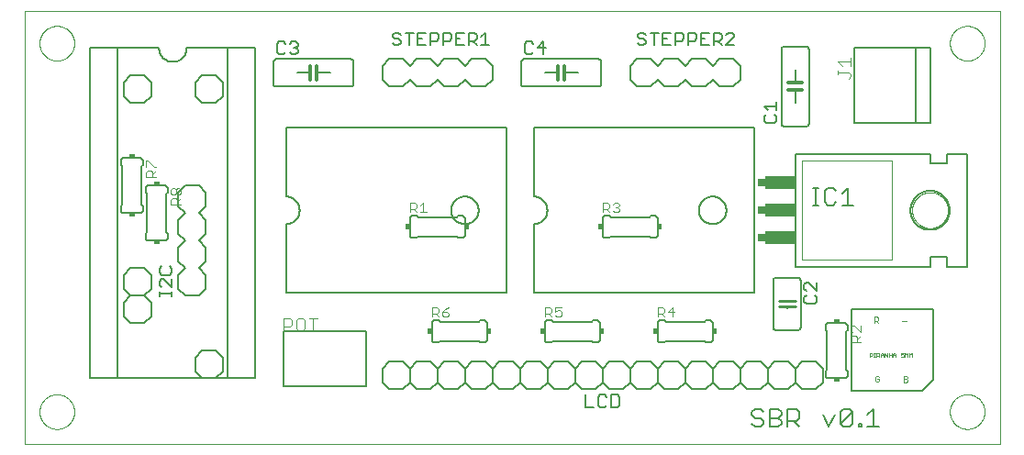
<source format=gto>
G75*
%MOIN*%
%OFA0B0*%
%FSLAX25Y25*%
%IPPOS*%
%LPD*%
%AMOC8*
5,1,8,0,0,1.08239X$1,22.5*
%
%ADD10C,0.00000*%
%ADD11C,0.00600*%
%ADD12C,0.01200*%
%ADD13C,0.00500*%
%ADD14C,0.01000*%
%ADD15C,0.00800*%
%ADD16C,0.00200*%
%ADD17R,0.02500X0.03000*%
%ADD18R,0.11000X0.05000*%
%ADD19C,0.00700*%
%ADD20C,0.00400*%
%ADD21R,0.01500X0.02000*%
%ADD22C,0.00100*%
%ADD23R,0.02000X0.01500*%
D10*
X0001800Y0001800D02*
X0001800Y0159280D01*
X0356131Y0159280D01*
X0356131Y0001800D01*
X0001800Y0001800D01*
X0007312Y0013611D02*
X0007314Y0013769D01*
X0007320Y0013927D01*
X0007330Y0014085D01*
X0007344Y0014243D01*
X0007362Y0014400D01*
X0007383Y0014557D01*
X0007409Y0014713D01*
X0007439Y0014869D01*
X0007472Y0015024D01*
X0007510Y0015177D01*
X0007551Y0015330D01*
X0007596Y0015482D01*
X0007645Y0015633D01*
X0007698Y0015782D01*
X0007754Y0015930D01*
X0007814Y0016076D01*
X0007878Y0016221D01*
X0007946Y0016364D01*
X0008017Y0016506D01*
X0008091Y0016646D01*
X0008169Y0016783D01*
X0008251Y0016919D01*
X0008335Y0017053D01*
X0008424Y0017184D01*
X0008515Y0017313D01*
X0008610Y0017440D01*
X0008707Y0017565D01*
X0008808Y0017687D01*
X0008912Y0017806D01*
X0009019Y0017923D01*
X0009129Y0018037D01*
X0009242Y0018148D01*
X0009357Y0018257D01*
X0009475Y0018362D01*
X0009596Y0018464D01*
X0009719Y0018564D01*
X0009845Y0018660D01*
X0009973Y0018753D01*
X0010103Y0018843D01*
X0010236Y0018929D01*
X0010371Y0019013D01*
X0010507Y0019092D01*
X0010646Y0019169D01*
X0010787Y0019241D01*
X0010929Y0019311D01*
X0011073Y0019376D01*
X0011219Y0019438D01*
X0011366Y0019496D01*
X0011515Y0019551D01*
X0011665Y0019602D01*
X0011816Y0019649D01*
X0011968Y0019692D01*
X0012121Y0019731D01*
X0012276Y0019767D01*
X0012431Y0019798D01*
X0012587Y0019826D01*
X0012743Y0019850D01*
X0012900Y0019870D01*
X0013058Y0019886D01*
X0013215Y0019898D01*
X0013374Y0019906D01*
X0013532Y0019910D01*
X0013690Y0019910D01*
X0013848Y0019906D01*
X0014007Y0019898D01*
X0014164Y0019886D01*
X0014322Y0019870D01*
X0014479Y0019850D01*
X0014635Y0019826D01*
X0014791Y0019798D01*
X0014946Y0019767D01*
X0015101Y0019731D01*
X0015254Y0019692D01*
X0015406Y0019649D01*
X0015557Y0019602D01*
X0015707Y0019551D01*
X0015856Y0019496D01*
X0016003Y0019438D01*
X0016149Y0019376D01*
X0016293Y0019311D01*
X0016435Y0019241D01*
X0016576Y0019169D01*
X0016715Y0019092D01*
X0016851Y0019013D01*
X0016986Y0018929D01*
X0017119Y0018843D01*
X0017249Y0018753D01*
X0017377Y0018660D01*
X0017503Y0018564D01*
X0017626Y0018464D01*
X0017747Y0018362D01*
X0017865Y0018257D01*
X0017980Y0018148D01*
X0018093Y0018037D01*
X0018203Y0017923D01*
X0018310Y0017806D01*
X0018414Y0017687D01*
X0018515Y0017565D01*
X0018612Y0017440D01*
X0018707Y0017313D01*
X0018798Y0017184D01*
X0018887Y0017053D01*
X0018971Y0016919D01*
X0019053Y0016783D01*
X0019131Y0016646D01*
X0019205Y0016506D01*
X0019276Y0016364D01*
X0019344Y0016221D01*
X0019408Y0016076D01*
X0019468Y0015930D01*
X0019524Y0015782D01*
X0019577Y0015633D01*
X0019626Y0015482D01*
X0019671Y0015330D01*
X0019712Y0015177D01*
X0019750Y0015024D01*
X0019783Y0014869D01*
X0019813Y0014713D01*
X0019839Y0014557D01*
X0019860Y0014400D01*
X0019878Y0014243D01*
X0019892Y0014085D01*
X0019902Y0013927D01*
X0019908Y0013769D01*
X0019910Y0013611D01*
X0019908Y0013453D01*
X0019902Y0013295D01*
X0019892Y0013137D01*
X0019878Y0012979D01*
X0019860Y0012822D01*
X0019839Y0012665D01*
X0019813Y0012509D01*
X0019783Y0012353D01*
X0019750Y0012198D01*
X0019712Y0012045D01*
X0019671Y0011892D01*
X0019626Y0011740D01*
X0019577Y0011589D01*
X0019524Y0011440D01*
X0019468Y0011292D01*
X0019408Y0011146D01*
X0019344Y0011001D01*
X0019276Y0010858D01*
X0019205Y0010716D01*
X0019131Y0010576D01*
X0019053Y0010439D01*
X0018971Y0010303D01*
X0018887Y0010169D01*
X0018798Y0010038D01*
X0018707Y0009909D01*
X0018612Y0009782D01*
X0018515Y0009657D01*
X0018414Y0009535D01*
X0018310Y0009416D01*
X0018203Y0009299D01*
X0018093Y0009185D01*
X0017980Y0009074D01*
X0017865Y0008965D01*
X0017747Y0008860D01*
X0017626Y0008758D01*
X0017503Y0008658D01*
X0017377Y0008562D01*
X0017249Y0008469D01*
X0017119Y0008379D01*
X0016986Y0008293D01*
X0016851Y0008209D01*
X0016715Y0008130D01*
X0016576Y0008053D01*
X0016435Y0007981D01*
X0016293Y0007911D01*
X0016149Y0007846D01*
X0016003Y0007784D01*
X0015856Y0007726D01*
X0015707Y0007671D01*
X0015557Y0007620D01*
X0015406Y0007573D01*
X0015254Y0007530D01*
X0015101Y0007491D01*
X0014946Y0007455D01*
X0014791Y0007424D01*
X0014635Y0007396D01*
X0014479Y0007372D01*
X0014322Y0007352D01*
X0014164Y0007336D01*
X0014007Y0007324D01*
X0013848Y0007316D01*
X0013690Y0007312D01*
X0013532Y0007312D01*
X0013374Y0007316D01*
X0013215Y0007324D01*
X0013058Y0007336D01*
X0012900Y0007352D01*
X0012743Y0007372D01*
X0012587Y0007396D01*
X0012431Y0007424D01*
X0012276Y0007455D01*
X0012121Y0007491D01*
X0011968Y0007530D01*
X0011816Y0007573D01*
X0011665Y0007620D01*
X0011515Y0007671D01*
X0011366Y0007726D01*
X0011219Y0007784D01*
X0011073Y0007846D01*
X0010929Y0007911D01*
X0010787Y0007981D01*
X0010646Y0008053D01*
X0010507Y0008130D01*
X0010371Y0008209D01*
X0010236Y0008293D01*
X0010103Y0008379D01*
X0009973Y0008469D01*
X0009845Y0008562D01*
X0009719Y0008658D01*
X0009596Y0008758D01*
X0009475Y0008860D01*
X0009357Y0008965D01*
X0009242Y0009074D01*
X0009129Y0009185D01*
X0009019Y0009299D01*
X0008912Y0009416D01*
X0008808Y0009535D01*
X0008707Y0009657D01*
X0008610Y0009782D01*
X0008515Y0009909D01*
X0008424Y0010038D01*
X0008335Y0010169D01*
X0008251Y0010303D01*
X0008169Y0010439D01*
X0008091Y0010576D01*
X0008017Y0010716D01*
X0007946Y0010858D01*
X0007878Y0011001D01*
X0007814Y0011146D01*
X0007754Y0011292D01*
X0007698Y0011440D01*
X0007645Y0011589D01*
X0007596Y0011740D01*
X0007551Y0011892D01*
X0007510Y0012045D01*
X0007472Y0012198D01*
X0007439Y0012353D01*
X0007409Y0012509D01*
X0007383Y0012665D01*
X0007362Y0012822D01*
X0007344Y0012979D01*
X0007330Y0013137D01*
X0007320Y0013295D01*
X0007314Y0013453D01*
X0007312Y0013611D01*
X0007312Y0147469D02*
X0007314Y0147627D01*
X0007320Y0147785D01*
X0007330Y0147943D01*
X0007344Y0148101D01*
X0007362Y0148258D01*
X0007383Y0148415D01*
X0007409Y0148571D01*
X0007439Y0148727D01*
X0007472Y0148882D01*
X0007510Y0149035D01*
X0007551Y0149188D01*
X0007596Y0149340D01*
X0007645Y0149491D01*
X0007698Y0149640D01*
X0007754Y0149788D01*
X0007814Y0149934D01*
X0007878Y0150079D01*
X0007946Y0150222D01*
X0008017Y0150364D01*
X0008091Y0150504D01*
X0008169Y0150641D01*
X0008251Y0150777D01*
X0008335Y0150911D01*
X0008424Y0151042D01*
X0008515Y0151171D01*
X0008610Y0151298D01*
X0008707Y0151423D01*
X0008808Y0151545D01*
X0008912Y0151664D01*
X0009019Y0151781D01*
X0009129Y0151895D01*
X0009242Y0152006D01*
X0009357Y0152115D01*
X0009475Y0152220D01*
X0009596Y0152322D01*
X0009719Y0152422D01*
X0009845Y0152518D01*
X0009973Y0152611D01*
X0010103Y0152701D01*
X0010236Y0152787D01*
X0010371Y0152871D01*
X0010507Y0152950D01*
X0010646Y0153027D01*
X0010787Y0153099D01*
X0010929Y0153169D01*
X0011073Y0153234D01*
X0011219Y0153296D01*
X0011366Y0153354D01*
X0011515Y0153409D01*
X0011665Y0153460D01*
X0011816Y0153507D01*
X0011968Y0153550D01*
X0012121Y0153589D01*
X0012276Y0153625D01*
X0012431Y0153656D01*
X0012587Y0153684D01*
X0012743Y0153708D01*
X0012900Y0153728D01*
X0013058Y0153744D01*
X0013215Y0153756D01*
X0013374Y0153764D01*
X0013532Y0153768D01*
X0013690Y0153768D01*
X0013848Y0153764D01*
X0014007Y0153756D01*
X0014164Y0153744D01*
X0014322Y0153728D01*
X0014479Y0153708D01*
X0014635Y0153684D01*
X0014791Y0153656D01*
X0014946Y0153625D01*
X0015101Y0153589D01*
X0015254Y0153550D01*
X0015406Y0153507D01*
X0015557Y0153460D01*
X0015707Y0153409D01*
X0015856Y0153354D01*
X0016003Y0153296D01*
X0016149Y0153234D01*
X0016293Y0153169D01*
X0016435Y0153099D01*
X0016576Y0153027D01*
X0016715Y0152950D01*
X0016851Y0152871D01*
X0016986Y0152787D01*
X0017119Y0152701D01*
X0017249Y0152611D01*
X0017377Y0152518D01*
X0017503Y0152422D01*
X0017626Y0152322D01*
X0017747Y0152220D01*
X0017865Y0152115D01*
X0017980Y0152006D01*
X0018093Y0151895D01*
X0018203Y0151781D01*
X0018310Y0151664D01*
X0018414Y0151545D01*
X0018515Y0151423D01*
X0018612Y0151298D01*
X0018707Y0151171D01*
X0018798Y0151042D01*
X0018887Y0150911D01*
X0018971Y0150777D01*
X0019053Y0150641D01*
X0019131Y0150504D01*
X0019205Y0150364D01*
X0019276Y0150222D01*
X0019344Y0150079D01*
X0019408Y0149934D01*
X0019468Y0149788D01*
X0019524Y0149640D01*
X0019577Y0149491D01*
X0019626Y0149340D01*
X0019671Y0149188D01*
X0019712Y0149035D01*
X0019750Y0148882D01*
X0019783Y0148727D01*
X0019813Y0148571D01*
X0019839Y0148415D01*
X0019860Y0148258D01*
X0019878Y0148101D01*
X0019892Y0147943D01*
X0019902Y0147785D01*
X0019908Y0147627D01*
X0019910Y0147469D01*
X0019908Y0147311D01*
X0019902Y0147153D01*
X0019892Y0146995D01*
X0019878Y0146837D01*
X0019860Y0146680D01*
X0019839Y0146523D01*
X0019813Y0146367D01*
X0019783Y0146211D01*
X0019750Y0146056D01*
X0019712Y0145903D01*
X0019671Y0145750D01*
X0019626Y0145598D01*
X0019577Y0145447D01*
X0019524Y0145298D01*
X0019468Y0145150D01*
X0019408Y0145004D01*
X0019344Y0144859D01*
X0019276Y0144716D01*
X0019205Y0144574D01*
X0019131Y0144434D01*
X0019053Y0144297D01*
X0018971Y0144161D01*
X0018887Y0144027D01*
X0018798Y0143896D01*
X0018707Y0143767D01*
X0018612Y0143640D01*
X0018515Y0143515D01*
X0018414Y0143393D01*
X0018310Y0143274D01*
X0018203Y0143157D01*
X0018093Y0143043D01*
X0017980Y0142932D01*
X0017865Y0142823D01*
X0017747Y0142718D01*
X0017626Y0142616D01*
X0017503Y0142516D01*
X0017377Y0142420D01*
X0017249Y0142327D01*
X0017119Y0142237D01*
X0016986Y0142151D01*
X0016851Y0142067D01*
X0016715Y0141988D01*
X0016576Y0141911D01*
X0016435Y0141839D01*
X0016293Y0141769D01*
X0016149Y0141704D01*
X0016003Y0141642D01*
X0015856Y0141584D01*
X0015707Y0141529D01*
X0015557Y0141478D01*
X0015406Y0141431D01*
X0015254Y0141388D01*
X0015101Y0141349D01*
X0014946Y0141313D01*
X0014791Y0141282D01*
X0014635Y0141254D01*
X0014479Y0141230D01*
X0014322Y0141210D01*
X0014164Y0141194D01*
X0014007Y0141182D01*
X0013848Y0141174D01*
X0013690Y0141170D01*
X0013532Y0141170D01*
X0013374Y0141174D01*
X0013215Y0141182D01*
X0013058Y0141194D01*
X0012900Y0141210D01*
X0012743Y0141230D01*
X0012587Y0141254D01*
X0012431Y0141282D01*
X0012276Y0141313D01*
X0012121Y0141349D01*
X0011968Y0141388D01*
X0011816Y0141431D01*
X0011665Y0141478D01*
X0011515Y0141529D01*
X0011366Y0141584D01*
X0011219Y0141642D01*
X0011073Y0141704D01*
X0010929Y0141769D01*
X0010787Y0141839D01*
X0010646Y0141911D01*
X0010507Y0141988D01*
X0010371Y0142067D01*
X0010236Y0142151D01*
X0010103Y0142237D01*
X0009973Y0142327D01*
X0009845Y0142420D01*
X0009719Y0142516D01*
X0009596Y0142616D01*
X0009475Y0142718D01*
X0009357Y0142823D01*
X0009242Y0142932D01*
X0009129Y0143043D01*
X0009019Y0143157D01*
X0008912Y0143274D01*
X0008808Y0143393D01*
X0008707Y0143515D01*
X0008610Y0143640D01*
X0008515Y0143767D01*
X0008424Y0143896D01*
X0008335Y0144027D01*
X0008251Y0144161D01*
X0008169Y0144297D01*
X0008091Y0144434D01*
X0008017Y0144574D01*
X0007946Y0144716D01*
X0007878Y0144859D01*
X0007814Y0145004D01*
X0007754Y0145150D01*
X0007698Y0145298D01*
X0007645Y0145447D01*
X0007596Y0145598D01*
X0007551Y0145750D01*
X0007510Y0145903D01*
X0007472Y0146056D01*
X0007439Y0146211D01*
X0007409Y0146367D01*
X0007383Y0146523D01*
X0007362Y0146680D01*
X0007344Y0146837D01*
X0007330Y0146995D01*
X0007320Y0147153D01*
X0007314Y0147311D01*
X0007312Y0147469D01*
X0324300Y0086800D02*
X0324302Y0086961D01*
X0324308Y0087121D01*
X0324318Y0087282D01*
X0324332Y0087442D01*
X0324350Y0087602D01*
X0324371Y0087761D01*
X0324397Y0087920D01*
X0324427Y0088078D01*
X0324460Y0088235D01*
X0324498Y0088392D01*
X0324539Y0088547D01*
X0324584Y0088701D01*
X0324633Y0088854D01*
X0324686Y0089006D01*
X0324742Y0089157D01*
X0324803Y0089306D01*
X0324866Y0089454D01*
X0324934Y0089600D01*
X0325005Y0089744D01*
X0325079Y0089886D01*
X0325157Y0090027D01*
X0325239Y0090165D01*
X0325324Y0090302D01*
X0325412Y0090436D01*
X0325504Y0090568D01*
X0325599Y0090698D01*
X0325697Y0090826D01*
X0325798Y0090951D01*
X0325902Y0091073D01*
X0326009Y0091193D01*
X0326119Y0091310D01*
X0326232Y0091425D01*
X0326348Y0091536D01*
X0326467Y0091645D01*
X0326588Y0091750D01*
X0326712Y0091853D01*
X0326838Y0091953D01*
X0326966Y0092049D01*
X0327097Y0092142D01*
X0327231Y0092232D01*
X0327366Y0092319D01*
X0327504Y0092402D01*
X0327643Y0092482D01*
X0327785Y0092558D01*
X0327928Y0092631D01*
X0328073Y0092700D01*
X0328220Y0092766D01*
X0328368Y0092828D01*
X0328518Y0092886D01*
X0328669Y0092941D01*
X0328822Y0092992D01*
X0328976Y0093039D01*
X0329131Y0093082D01*
X0329287Y0093121D01*
X0329443Y0093157D01*
X0329601Y0093188D01*
X0329759Y0093216D01*
X0329918Y0093240D01*
X0330078Y0093260D01*
X0330238Y0093276D01*
X0330398Y0093288D01*
X0330559Y0093296D01*
X0330720Y0093300D01*
X0330880Y0093300D01*
X0331041Y0093296D01*
X0331202Y0093288D01*
X0331362Y0093276D01*
X0331522Y0093260D01*
X0331682Y0093240D01*
X0331841Y0093216D01*
X0331999Y0093188D01*
X0332157Y0093157D01*
X0332313Y0093121D01*
X0332469Y0093082D01*
X0332624Y0093039D01*
X0332778Y0092992D01*
X0332931Y0092941D01*
X0333082Y0092886D01*
X0333232Y0092828D01*
X0333380Y0092766D01*
X0333527Y0092700D01*
X0333672Y0092631D01*
X0333815Y0092558D01*
X0333957Y0092482D01*
X0334096Y0092402D01*
X0334234Y0092319D01*
X0334369Y0092232D01*
X0334503Y0092142D01*
X0334634Y0092049D01*
X0334762Y0091953D01*
X0334888Y0091853D01*
X0335012Y0091750D01*
X0335133Y0091645D01*
X0335252Y0091536D01*
X0335368Y0091425D01*
X0335481Y0091310D01*
X0335591Y0091193D01*
X0335698Y0091073D01*
X0335802Y0090951D01*
X0335903Y0090826D01*
X0336001Y0090698D01*
X0336096Y0090568D01*
X0336188Y0090436D01*
X0336276Y0090302D01*
X0336361Y0090165D01*
X0336443Y0090027D01*
X0336521Y0089886D01*
X0336595Y0089744D01*
X0336666Y0089600D01*
X0336734Y0089454D01*
X0336797Y0089306D01*
X0336858Y0089157D01*
X0336914Y0089006D01*
X0336967Y0088854D01*
X0337016Y0088701D01*
X0337061Y0088547D01*
X0337102Y0088392D01*
X0337140Y0088235D01*
X0337173Y0088078D01*
X0337203Y0087920D01*
X0337229Y0087761D01*
X0337250Y0087602D01*
X0337268Y0087442D01*
X0337282Y0087282D01*
X0337292Y0087121D01*
X0337298Y0086961D01*
X0337300Y0086800D01*
X0337298Y0086639D01*
X0337292Y0086479D01*
X0337282Y0086318D01*
X0337268Y0086158D01*
X0337250Y0085998D01*
X0337229Y0085839D01*
X0337203Y0085680D01*
X0337173Y0085522D01*
X0337140Y0085365D01*
X0337102Y0085208D01*
X0337061Y0085053D01*
X0337016Y0084899D01*
X0336967Y0084746D01*
X0336914Y0084594D01*
X0336858Y0084443D01*
X0336797Y0084294D01*
X0336734Y0084146D01*
X0336666Y0084000D01*
X0336595Y0083856D01*
X0336521Y0083714D01*
X0336443Y0083573D01*
X0336361Y0083435D01*
X0336276Y0083298D01*
X0336188Y0083164D01*
X0336096Y0083032D01*
X0336001Y0082902D01*
X0335903Y0082774D01*
X0335802Y0082649D01*
X0335698Y0082527D01*
X0335591Y0082407D01*
X0335481Y0082290D01*
X0335368Y0082175D01*
X0335252Y0082064D01*
X0335133Y0081955D01*
X0335012Y0081850D01*
X0334888Y0081747D01*
X0334762Y0081647D01*
X0334634Y0081551D01*
X0334503Y0081458D01*
X0334369Y0081368D01*
X0334234Y0081281D01*
X0334096Y0081198D01*
X0333957Y0081118D01*
X0333815Y0081042D01*
X0333672Y0080969D01*
X0333527Y0080900D01*
X0333380Y0080834D01*
X0333232Y0080772D01*
X0333082Y0080714D01*
X0332931Y0080659D01*
X0332778Y0080608D01*
X0332624Y0080561D01*
X0332469Y0080518D01*
X0332313Y0080479D01*
X0332157Y0080443D01*
X0331999Y0080412D01*
X0331841Y0080384D01*
X0331682Y0080360D01*
X0331522Y0080340D01*
X0331362Y0080324D01*
X0331202Y0080312D01*
X0331041Y0080304D01*
X0330880Y0080300D01*
X0330720Y0080300D01*
X0330559Y0080304D01*
X0330398Y0080312D01*
X0330238Y0080324D01*
X0330078Y0080340D01*
X0329918Y0080360D01*
X0329759Y0080384D01*
X0329601Y0080412D01*
X0329443Y0080443D01*
X0329287Y0080479D01*
X0329131Y0080518D01*
X0328976Y0080561D01*
X0328822Y0080608D01*
X0328669Y0080659D01*
X0328518Y0080714D01*
X0328368Y0080772D01*
X0328220Y0080834D01*
X0328073Y0080900D01*
X0327928Y0080969D01*
X0327785Y0081042D01*
X0327643Y0081118D01*
X0327504Y0081198D01*
X0327366Y0081281D01*
X0327231Y0081368D01*
X0327097Y0081458D01*
X0326966Y0081551D01*
X0326838Y0081647D01*
X0326712Y0081747D01*
X0326588Y0081850D01*
X0326467Y0081955D01*
X0326348Y0082064D01*
X0326232Y0082175D01*
X0326119Y0082290D01*
X0326009Y0082407D01*
X0325902Y0082527D01*
X0325798Y0082649D01*
X0325697Y0082774D01*
X0325599Y0082902D01*
X0325504Y0083032D01*
X0325412Y0083164D01*
X0325324Y0083298D01*
X0325239Y0083435D01*
X0325157Y0083573D01*
X0325079Y0083714D01*
X0325005Y0083856D01*
X0324934Y0084000D01*
X0324866Y0084146D01*
X0324803Y0084294D01*
X0324742Y0084443D01*
X0324686Y0084594D01*
X0324633Y0084746D01*
X0324584Y0084899D01*
X0324539Y0085053D01*
X0324498Y0085208D01*
X0324460Y0085365D01*
X0324427Y0085522D01*
X0324397Y0085680D01*
X0324371Y0085839D01*
X0324350Y0085998D01*
X0324332Y0086158D01*
X0324318Y0086318D01*
X0324308Y0086479D01*
X0324302Y0086639D01*
X0324300Y0086800D01*
X0338021Y0147469D02*
X0338023Y0147627D01*
X0338029Y0147785D01*
X0338039Y0147943D01*
X0338053Y0148101D01*
X0338071Y0148258D01*
X0338092Y0148415D01*
X0338118Y0148571D01*
X0338148Y0148727D01*
X0338181Y0148882D01*
X0338219Y0149035D01*
X0338260Y0149188D01*
X0338305Y0149340D01*
X0338354Y0149491D01*
X0338407Y0149640D01*
X0338463Y0149788D01*
X0338523Y0149934D01*
X0338587Y0150079D01*
X0338655Y0150222D01*
X0338726Y0150364D01*
X0338800Y0150504D01*
X0338878Y0150641D01*
X0338960Y0150777D01*
X0339044Y0150911D01*
X0339133Y0151042D01*
X0339224Y0151171D01*
X0339319Y0151298D01*
X0339416Y0151423D01*
X0339517Y0151545D01*
X0339621Y0151664D01*
X0339728Y0151781D01*
X0339838Y0151895D01*
X0339951Y0152006D01*
X0340066Y0152115D01*
X0340184Y0152220D01*
X0340305Y0152322D01*
X0340428Y0152422D01*
X0340554Y0152518D01*
X0340682Y0152611D01*
X0340812Y0152701D01*
X0340945Y0152787D01*
X0341080Y0152871D01*
X0341216Y0152950D01*
X0341355Y0153027D01*
X0341496Y0153099D01*
X0341638Y0153169D01*
X0341782Y0153234D01*
X0341928Y0153296D01*
X0342075Y0153354D01*
X0342224Y0153409D01*
X0342374Y0153460D01*
X0342525Y0153507D01*
X0342677Y0153550D01*
X0342830Y0153589D01*
X0342985Y0153625D01*
X0343140Y0153656D01*
X0343296Y0153684D01*
X0343452Y0153708D01*
X0343609Y0153728D01*
X0343767Y0153744D01*
X0343924Y0153756D01*
X0344083Y0153764D01*
X0344241Y0153768D01*
X0344399Y0153768D01*
X0344557Y0153764D01*
X0344716Y0153756D01*
X0344873Y0153744D01*
X0345031Y0153728D01*
X0345188Y0153708D01*
X0345344Y0153684D01*
X0345500Y0153656D01*
X0345655Y0153625D01*
X0345810Y0153589D01*
X0345963Y0153550D01*
X0346115Y0153507D01*
X0346266Y0153460D01*
X0346416Y0153409D01*
X0346565Y0153354D01*
X0346712Y0153296D01*
X0346858Y0153234D01*
X0347002Y0153169D01*
X0347144Y0153099D01*
X0347285Y0153027D01*
X0347424Y0152950D01*
X0347560Y0152871D01*
X0347695Y0152787D01*
X0347828Y0152701D01*
X0347958Y0152611D01*
X0348086Y0152518D01*
X0348212Y0152422D01*
X0348335Y0152322D01*
X0348456Y0152220D01*
X0348574Y0152115D01*
X0348689Y0152006D01*
X0348802Y0151895D01*
X0348912Y0151781D01*
X0349019Y0151664D01*
X0349123Y0151545D01*
X0349224Y0151423D01*
X0349321Y0151298D01*
X0349416Y0151171D01*
X0349507Y0151042D01*
X0349596Y0150911D01*
X0349680Y0150777D01*
X0349762Y0150641D01*
X0349840Y0150504D01*
X0349914Y0150364D01*
X0349985Y0150222D01*
X0350053Y0150079D01*
X0350117Y0149934D01*
X0350177Y0149788D01*
X0350233Y0149640D01*
X0350286Y0149491D01*
X0350335Y0149340D01*
X0350380Y0149188D01*
X0350421Y0149035D01*
X0350459Y0148882D01*
X0350492Y0148727D01*
X0350522Y0148571D01*
X0350548Y0148415D01*
X0350569Y0148258D01*
X0350587Y0148101D01*
X0350601Y0147943D01*
X0350611Y0147785D01*
X0350617Y0147627D01*
X0350619Y0147469D01*
X0350617Y0147311D01*
X0350611Y0147153D01*
X0350601Y0146995D01*
X0350587Y0146837D01*
X0350569Y0146680D01*
X0350548Y0146523D01*
X0350522Y0146367D01*
X0350492Y0146211D01*
X0350459Y0146056D01*
X0350421Y0145903D01*
X0350380Y0145750D01*
X0350335Y0145598D01*
X0350286Y0145447D01*
X0350233Y0145298D01*
X0350177Y0145150D01*
X0350117Y0145004D01*
X0350053Y0144859D01*
X0349985Y0144716D01*
X0349914Y0144574D01*
X0349840Y0144434D01*
X0349762Y0144297D01*
X0349680Y0144161D01*
X0349596Y0144027D01*
X0349507Y0143896D01*
X0349416Y0143767D01*
X0349321Y0143640D01*
X0349224Y0143515D01*
X0349123Y0143393D01*
X0349019Y0143274D01*
X0348912Y0143157D01*
X0348802Y0143043D01*
X0348689Y0142932D01*
X0348574Y0142823D01*
X0348456Y0142718D01*
X0348335Y0142616D01*
X0348212Y0142516D01*
X0348086Y0142420D01*
X0347958Y0142327D01*
X0347828Y0142237D01*
X0347695Y0142151D01*
X0347560Y0142067D01*
X0347424Y0141988D01*
X0347285Y0141911D01*
X0347144Y0141839D01*
X0347002Y0141769D01*
X0346858Y0141704D01*
X0346712Y0141642D01*
X0346565Y0141584D01*
X0346416Y0141529D01*
X0346266Y0141478D01*
X0346115Y0141431D01*
X0345963Y0141388D01*
X0345810Y0141349D01*
X0345655Y0141313D01*
X0345500Y0141282D01*
X0345344Y0141254D01*
X0345188Y0141230D01*
X0345031Y0141210D01*
X0344873Y0141194D01*
X0344716Y0141182D01*
X0344557Y0141174D01*
X0344399Y0141170D01*
X0344241Y0141170D01*
X0344083Y0141174D01*
X0343924Y0141182D01*
X0343767Y0141194D01*
X0343609Y0141210D01*
X0343452Y0141230D01*
X0343296Y0141254D01*
X0343140Y0141282D01*
X0342985Y0141313D01*
X0342830Y0141349D01*
X0342677Y0141388D01*
X0342525Y0141431D01*
X0342374Y0141478D01*
X0342224Y0141529D01*
X0342075Y0141584D01*
X0341928Y0141642D01*
X0341782Y0141704D01*
X0341638Y0141769D01*
X0341496Y0141839D01*
X0341355Y0141911D01*
X0341216Y0141988D01*
X0341080Y0142067D01*
X0340945Y0142151D01*
X0340812Y0142237D01*
X0340682Y0142327D01*
X0340554Y0142420D01*
X0340428Y0142516D01*
X0340305Y0142616D01*
X0340184Y0142718D01*
X0340066Y0142823D01*
X0339951Y0142932D01*
X0339838Y0143043D01*
X0339728Y0143157D01*
X0339621Y0143274D01*
X0339517Y0143393D01*
X0339416Y0143515D01*
X0339319Y0143640D01*
X0339224Y0143767D01*
X0339133Y0143896D01*
X0339044Y0144027D01*
X0338960Y0144161D01*
X0338878Y0144297D01*
X0338800Y0144434D01*
X0338726Y0144574D01*
X0338655Y0144716D01*
X0338587Y0144859D01*
X0338523Y0145004D01*
X0338463Y0145150D01*
X0338407Y0145298D01*
X0338354Y0145447D01*
X0338305Y0145598D01*
X0338260Y0145750D01*
X0338219Y0145903D01*
X0338181Y0146056D01*
X0338148Y0146211D01*
X0338118Y0146367D01*
X0338092Y0146523D01*
X0338071Y0146680D01*
X0338053Y0146837D01*
X0338039Y0146995D01*
X0338029Y0147153D01*
X0338023Y0147311D01*
X0338021Y0147469D01*
X0338021Y0013611D02*
X0338023Y0013769D01*
X0338029Y0013927D01*
X0338039Y0014085D01*
X0338053Y0014243D01*
X0338071Y0014400D01*
X0338092Y0014557D01*
X0338118Y0014713D01*
X0338148Y0014869D01*
X0338181Y0015024D01*
X0338219Y0015177D01*
X0338260Y0015330D01*
X0338305Y0015482D01*
X0338354Y0015633D01*
X0338407Y0015782D01*
X0338463Y0015930D01*
X0338523Y0016076D01*
X0338587Y0016221D01*
X0338655Y0016364D01*
X0338726Y0016506D01*
X0338800Y0016646D01*
X0338878Y0016783D01*
X0338960Y0016919D01*
X0339044Y0017053D01*
X0339133Y0017184D01*
X0339224Y0017313D01*
X0339319Y0017440D01*
X0339416Y0017565D01*
X0339517Y0017687D01*
X0339621Y0017806D01*
X0339728Y0017923D01*
X0339838Y0018037D01*
X0339951Y0018148D01*
X0340066Y0018257D01*
X0340184Y0018362D01*
X0340305Y0018464D01*
X0340428Y0018564D01*
X0340554Y0018660D01*
X0340682Y0018753D01*
X0340812Y0018843D01*
X0340945Y0018929D01*
X0341080Y0019013D01*
X0341216Y0019092D01*
X0341355Y0019169D01*
X0341496Y0019241D01*
X0341638Y0019311D01*
X0341782Y0019376D01*
X0341928Y0019438D01*
X0342075Y0019496D01*
X0342224Y0019551D01*
X0342374Y0019602D01*
X0342525Y0019649D01*
X0342677Y0019692D01*
X0342830Y0019731D01*
X0342985Y0019767D01*
X0343140Y0019798D01*
X0343296Y0019826D01*
X0343452Y0019850D01*
X0343609Y0019870D01*
X0343767Y0019886D01*
X0343924Y0019898D01*
X0344083Y0019906D01*
X0344241Y0019910D01*
X0344399Y0019910D01*
X0344557Y0019906D01*
X0344716Y0019898D01*
X0344873Y0019886D01*
X0345031Y0019870D01*
X0345188Y0019850D01*
X0345344Y0019826D01*
X0345500Y0019798D01*
X0345655Y0019767D01*
X0345810Y0019731D01*
X0345963Y0019692D01*
X0346115Y0019649D01*
X0346266Y0019602D01*
X0346416Y0019551D01*
X0346565Y0019496D01*
X0346712Y0019438D01*
X0346858Y0019376D01*
X0347002Y0019311D01*
X0347144Y0019241D01*
X0347285Y0019169D01*
X0347424Y0019092D01*
X0347560Y0019013D01*
X0347695Y0018929D01*
X0347828Y0018843D01*
X0347958Y0018753D01*
X0348086Y0018660D01*
X0348212Y0018564D01*
X0348335Y0018464D01*
X0348456Y0018362D01*
X0348574Y0018257D01*
X0348689Y0018148D01*
X0348802Y0018037D01*
X0348912Y0017923D01*
X0349019Y0017806D01*
X0349123Y0017687D01*
X0349224Y0017565D01*
X0349321Y0017440D01*
X0349416Y0017313D01*
X0349507Y0017184D01*
X0349596Y0017053D01*
X0349680Y0016919D01*
X0349762Y0016783D01*
X0349840Y0016646D01*
X0349914Y0016506D01*
X0349985Y0016364D01*
X0350053Y0016221D01*
X0350117Y0016076D01*
X0350177Y0015930D01*
X0350233Y0015782D01*
X0350286Y0015633D01*
X0350335Y0015482D01*
X0350380Y0015330D01*
X0350421Y0015177D01*
X0350459Y0015024D01*
X0350492Y0014869D01*
X0350522Y0014713D01*
X0350548Y0014557D01*
X0350569Y0014400D01*
X0350587Y0014243D01*
X0350601Y0014085D01*
X0350611Y0013927D01*
X0350617Y0013769D01*
X0350619Y0013611D01*
X0350617Y0013453D01*
X0350611Y0013295D01*
X0350601Y0013137D01*
X0350587Y0012979D01*
X0350569Y0012822D01*
X0350548Y0012665D01*
X0350522Y0012509D01*
X0350492Y0012353D01*
X0350459Y0012198D01*
X0350421Y0012045D01*
X0350380Y0011892D01*
X0350335Y0011740D01*
X0350286Y0011589D01*
X0350233Y0011440D01*
X0350177Y0011292D01*
X0350117Y0011146D01*
X0350053Y0011001D01*
X0349985Y0010858D01*
X0349914Y0010716D01*
X0349840Y0010576D01*
X0349762Y0010439D01*
X0349680Y0010303D01*
X0349596Y0010169D01*
X0349507Y0010038D01*
X0349416Y0009909D01*
X0349321Y0009782D01*
X0349224Y0009657D01*
X0349123Y0009535D01*
X0349019Y0009416D01*
X0348912Y0009299D01*
X0348802Y0009185D01*
X0348689Y0009074D01*
X0348574Y0008965D01*
X0348456Y0008860D01*
X0348335Y0008758D01*
X0348212Y0008658D01*
X0348086Y0008562D01*
X0347958Y0008469D01*
X0347828Y0008379D01*
X0347695Y0008293D01*
X0347560Y0008209D01*
X0347424Y0008130D01*
X0347285Y0008053D01*
X0347144Y0007981D01*
X0347002Y0007911D01*
X0346858Y0007846D01*
X0346712Y0007784D01*
X0346565Y0007726D01*
X0346416Y0007671D01*
X0346266Y0007620D01*
X0346115Y0007573D01*
X0345963Y0007530D01*
X0345810Y0007491D01*
X0345655Y0007455D01*
X0345500Y0007424D01*
X0345344Y0007396D01*
X0345188Y0007372D01*
X0345031Y0007352D01*
X0344873Y0007336D01*
X0344716Y0007324D01*
X0344557Y0007316D01*
X0344399Y0007312D01*
X0344241Y0007312D01*
X0344083Y0007316D01*
X0343924Y0007324D01*
X0343767Y0007336D01*
X0343609Y0007352D01*
X0343452Y0007372D01*
X0343296Y0007396D01*
X0343140Y0007424D01*
X0342985Y0007455D01*
X0342830Y0007491D01*
X0342677Y0007530D01*
X0342525Y0007573D01*
X0342374Y0007620D01*
X0342224Y0007671D01*
X0342075Y0007726D01*
X0341928Y0007784D01*
X0341782Y0007846D01*
X0341638Y0007911D01*
X0341496Y0007981D01*
X0341355Y0008053D01*
X0341216Y0008130D01*
X0341080Y0008209D01*
X0340945Y0008293D01*
X0340812Y0008379D01*
X0340682Y0008469D01*
X0340554Y0008562D01*
X0340428Y0008658D01*
X0340305Y0008758D01*
X0340184Y0008860D01*
X0340066Y0008965D01*
X0339951Y0009074D01*
X0339838Y0009185D01*
X0339728Y0009299D01*
X0339621Y0009416D01*
X0339517Y0009535D01*
X0339416Y0009657D01*
X0339319Y0009782D01*
X0339224Y0009909D01*
X0339133Y0010038D01*
X0339044Y0010169D01*
X0338960Y0010303D01*
X0338878Y0010439D01*
X0338800Y0010576D01*
X0338726Y0010716D01*
X0338655Y0010858D01*
X0338587Y0011001D01*
X0338523Y0011146D01*
X0338463Y0011292D01*
X0338407Y0011440D01*
X0338354Y0011589D01*
X0338305Y0011740D01*
X0338260Y0011892D01*
X0338219Y0012045D01*
X0338181Y0012198D01*
X0338148Y0012353D01*
X0338118Y0012509D01*
X0338092Y0012665D01*
X0338071Y0012822D01*
X0338053Y0012979D01*
X0338039Y0013137D01*
X0338029Y0013295D01*
X0338023Y0013453D01*
X0338021Y0013611D01*
D11*
X0312266Y0008100D02*
X0307996Y0008100D01*
X0310131Y0008100D02*
X0310131Y0014505D01*
X0307996Y0012370D01*
X0305841Y0009168D02*
X0305841Y0008100D01*
X0304773Y0008100D01*
X0304773Y0009168D01*
X0305841Y0009168D01*
X0302598Y0009168D02*
X0301530Y0008100D01*
X0299395Y0008100D01*
X0298327Y0009168D01*
X0302598Y0013438D01*
X0302598Y0009168D01*
X0298327Y0009168D02*
X0298327Y0013438D01*
X0299395Y0014505D01*
X0301530Y0014505D01*
X0302598Y0013438D01*
X0296152Y0012370D02*
X0294017Y0008100D01*
X0291882Y0012370D01*
X0283261Y0011303D02*
X0282194Y0010235D01*
X0278991Y0010235D01*
X0278991Y0008100D02*
X0278991Y0014505D01*
X0282194Y0014505D01*
X0283261Y0013438D01*
X0283261Y0011303D01*
X0281126Y0010235D02*
X0283261Y0008100D01*
X0276816Y0009168D02*
X0275748Y0008100D01*
X0272545Y0008100D01*
X0272545Y0014505D01*
X0275748Y0014505D01*
X0276816Y0013438D01*
X0276816Y0012370D01*
X0275748Y0011303D01*
X0272545Y0011303D01*
X0270370Y0010235D02*
X0270370Y0009168D01*
X0269303Y0008100D01*
X0267168Y0008100D01*
X0266100Y0009168D01*
X0269303Y0011303D02*
X0270370Y0010235D01*
X0269303Y0011303D02*
X0267168Y0011303D01*
X0266100Y0012370D01*
X0266100Y0013438D01*
X0267168Y0014505D01*
X0269303Y0014505D01*
X0270370Y0013438D01*
X0275748Y0011303D02*
X0276816Y0010235D01*
X0276816Y0009168D01*
X0279300Y0021800D02*
X0274300Y0021800D01*
X0271800Y0024300D01*
X0269300Y0021800D01*
X0264300Y0021800D01*
X0261800Y0024300D01*
X0259300Y0021800D01*
X0254300Y0021800D01*
X0251800Y0024300D01*
X0249300Y0021800D01*
X0244300Y0021800D01*
X0241800Y0024300D01*
X0239300Y0021800D01*
X0234300Y0021800D01*
X0231800Y0024300D01*
X0229300Y0021800D01*
X0224300Y0021800D01*
X0221800Y0024300D01*
X0219300Y0021800D01*
X0214300Y0021800D01*
X0211800Y0024300D01*
X0209300Y0021800D01*
X0204300Y0021800D01*
X0201800Y0024300D01*
X0199300Y0021800D01*
X0194300Y0021800D01*
X0191800Y0024300D01*
X0189300Y0021800D01*
X0184300Y0021800D01*
X0181800Y0024300D01*
X0179300Y0021800D01*
X0174300Y0021800D01*
X0171800Y0024300D01*
X0169300Y0021800D01*
X0164300Y0021800D01*
X0161800Y0024300D01*
X0159300Y0021800D01*
X0154300Y0021800D01*
X0151800Y0024300D01*
X0149300Y0021800D01*
X0144300Y0021800D01*
X0141800Y0024300D01*
X0139300Y0021800D01*
X0134300Y0021800D01*
X0131800Y0024300D01*
X0131800Y0029300D01*
X0134300Y0031800D01*
X0139300Y0031800D01*
X0141800Y0029300D01*
X0144300Y0031800D01*
X0149300Y0031800D01*
X0151800Y0029300D01*
X0151800Y0024300D01*
X0151800Y0029300D02*
X0154300Y0031800D01*
X0159300Y0031800D01*
X0161800Y0029300D01*
X0164300Y0031800D01*
X0169300Y0031800D01*
X0171800Y0029300D01*
X0174300Y0031800D01*
X0179300Y0031800D01*
X0181800Y0029300D01*
X0181800Y0024300D01*
X0181800Y0029300D02*
X0184300Y0031800D01*
X0189300Y0031800D01*
X0191800Y0029300D01*
X0194300Y0031800D01*
X0199300Y0031800D01*
X0201800Y0029300D01*
X0204300Y0031800D01*
X0209300Y0031800D01*
X0211800Y0029300D01*
X0211800Y0024300D01*
X0221800Y0024300D02*
X0221800Y0029300D01*
X0224300Y0031800D01*
X0229300Y0031800D01*
X0231800Y0029300D01*
X0234300Y0031800D01*
X0239300Y0031800D01*
X0241800Y0029300D01*
X0241800Y0024300D01*
X0241800Y0029300D02*
X0244300Y0031800D01*
X0249300Y0031800D01*
X0251800Y0029300D01*
X0254300Y0031800D01*
X0259300Y0031800D01*
X0261800Y0029300D01*
X0264300Y0031800D01*
X0269300Y0031800D01*
X0271800Y0029300D01*
X0271800Y0024300D01*
X0261800Y0024300D02*
X0261800Y0029300D01*
X0271800Y0029300D02*
X0274300Y0031800D01*
X0279300Y0031800D01*
X0281800Y0029300D01*
X0284300Y0031800D01*
X0289300Y0031800D01*
X0291800Y0029300D01*
X0291800Y0024300D01*
X0289300Y0021800D01*
X0284300Y0021800D01*
X0281800Y0024300D01*
X0279300Y0021800D01*
X0281800Y0024300D02*
X0281800Y0029300D01*
X0292800Y0028300D02*
X0292800Y0026800D01*
X0292802Y0026740D01*
X0292807Y0026679D01*
X0292816Y0026620D01*
X0292829Y0026561D01*
X0292845Y0026502D01*
X0292865Y0026445D01*
X0292888Y0026390D01*
X0292915Y0026335D01*
X0292944Y0026283D01*
X0292977Y0026232D01*
X0293013Y0026183D01*
X0293051Y0026137D01*
X0293093Y0026093D01*
X0293137Y0026051D01*
X0293183Y0026013D01*
X0293232Y0025977D01*
X0293283Y0025944D01*
X0293335Y0025915D01*
X0293390Y0025888D01*
X0293445Y0025865D01*
X0293502Y0025845D01*
X0293561Y0025829D01*
X0293620Y0025816D01*
X0293679Y0025807D01*
X0293740Y0025802D01*
X0293800Y0025800D01*
X0299800Y0025800D01*
X0299860Y0025802D01*
X0299921Y0025807D01*
X0299980Y0025816D01*
X0300039Y0025829D01*
X0300098Y0025845D01*
X0300155Y0025865D01*
X0300210Y0025888D01*
X0300265Y0025915D01*
X0300317Y0025944D01*
X0300368Y0025977D01*
X0300417Y0026013D01*
X0300463Y0026051D01*
X0300507Y0026093D01*
X0300549Y0026137D01*
X0300587Y0026183D01*
X0300623Y0026232D01*
X0300656Y0026283D01*
X0300685Y0026335D01*
X0300712Y0026390D01*
X0300735Y0026445D01*
X0300755Y0026502D01*
X0300771Y0026561D01*
X0300784Y0026620D01*
X0300793Y0026679D01*
X0300798Y0026740D01*
X0300800Y0026800D01*
X0300800Y0028300D01*
X0300300Y0028800D01*
X0300300Y0042800D01*
X0300800Y0043300D01*
X0300800Y0044800D01*
X0300798Y0044860D01*
X0300793Y0044921D01*
X0300784Y0044980D01*
X0300771Y0045039D01*
X0300755Y0045098D01*
X0300735Y0045155D01*
X0300712Y0045210D01*
X0300685Y0045265D01*
X0300656Y0045317D01*
X0300623Y0045368D01*
X0300587Y0045417D01*
X0300549Y0045463D01*
X0300507Y0045507D01*
X0300463Y0045549D01*
X0300417Y0045587D01*
X0300368Y0045623D01*
X0300317Y0045656D01*
X0300265Y0045685D01*
X0300210Y0045712D01*
X0300155Y0045735D01*
X0300098Y0045755D01*
X0300039Y0045771D01*
X0299980Y0045784D01*
X0299921Y0045793D01*
X0299860Y0045798D01*
X0299800Y0045800D01*
X0293800Y0045800D01*
X0293740Y0045798D01*
X0293679Y0045793D01*
X0293620Y0045784D01*
X0293561Y0045771D01*
X0293502Y0045755D01*
X0293445Y0045735D01*
X0293390Y0045712D01*
X0293335Y0045685D01*
X0293283Y0045656D01*
X0293232Y0045623D01*
X0293183Y0045587D01*
X0293137Y0045549D01*
X0293093Y0045507D01*
X0293051Y0045463D01*
X0293013Y0045417D01*
X0292977Y0045368D01*
X0292944Y0045317D01*
X0292915Y0045265D01*
X0292888Y0045210D01*
X0292865Y0045155D01*
X0292845Y0045098D01*
X0292829Y0045039D01*
X0292816Y0044980D01*
X0292807Y0044921D01*
X0292802Y0044860D01*
X0292800Y0044800D01*
X0292800Y0043300D01*
X0293300Y0042800D01*
X0293300Y0028800D01*
X0292800Y0028300D01*
X0282800Y0043300D02*
X0274800Y0043300D01*
X0274740Y0043302D01*
X0274679Y0043307D01*
X0274620Y0043316D01*
X0274561Y0043329D01*
X0274502Y0043345D01*
X0274445Y0043365D01*
X0274390Y0043388D01*
X0274335Y0043415D01*
X0274283Y0043444D01*
X0274232Y0043477D01*
X0274183Y0043513D01*
X0274137Y0043551D01*
X0274093Y0043593D01*
X0274051Y0043637D01*
X0274013Y0043683D01*
X0273977Y0043732D01*
X0273944Y0043783D01*
X0273915Y0043835D01*
X0273888Y0043890D01*
X0273865Y0043945D01*
X0273845Y0044002D01*
X0273829Y0044061D01*
X0273816Y0044120D01*
X0273807Y0044179D01*
X0273802Y0044240D01*
X0273800Y0044300D01*
X0273800Y0061300D01*
X0273802Y0061360D01*
X0273807Y0061421D01*
X0273816Y0061480D01*
X0273829Y0061539D01*
X0273845Y0061598D01*
X0273865Y0061655D01*
X0273888Y0061710D01*
X0273915Y0061765D01*
X0273944Y0061817D01*
X0273977Y0061868D01*
X0274013Y0061917D01*
X0274051Y0061963D01*
X0274093Y0062007D01*
X0274137Y0062049D01*
X0274183Y0062087D01*
X0274232Y0062123D01*
X0274283Y0062156D01*
X0274335Y0062185D01*
X0274390Y0062212D01*
X0274445Y0062235D01*
X0274502Y0062255D01*
X0274561Y0062271D01*
X0274620Y0062284D01*
X0274679Y0062293D01*
X0274740Y0062298D01*
X0274800Y0062300D01*
X0282800Y0062300D01*
X0282860Y0062298D01*
X0282921Y0062293D01*
X0282980Y0062284D01*
X0283039Y0062271D01*
X0283098Y0062255D01*
X0283155Y0062235D01*
X0283210Y0062212D01*
X0283265Y0062185D01*
X0283317Y0062156D01*
X0283368Y0062123D01*
X0283417Y0062087D01*
X0283463Y0062049D01*
X0283507Y0062007D01*
X0283549Y0061963D01*
X0283587Y0061917D01*
X0283623Y0061868D01*
X0283656Y0061817D01*
X0283685Y0061765D01*
X0283712Y0061710D01*
X0283735Y0061655D01*
X0283755Y0061598D01*
X0283771Y0061539D01*
X0283784Y0061480D01*
X0283793Y0061421D01*
X0283798Y0061360D01*
X0283800Y0061300D01*
X0283800Y0044300D01*
X0283798Y0044240D01*
X0283793Y0044179D01*
X0283784Y0044120D01*
X0283771Y0044061D01*
X0283755Y0044002D01*
X0283735Y0043945D01*
X0283712Y0043890D01*
X0283685Y0043835D01*
X0283656Y0043783D01*
X0283623Y0043732D01*
X0283587Y0043683D01*
X0283549Y0043637D01*
X0283507Y0043593D01*
X0283463Y0043551D01*
X0283417Y0043513D01*
X0283368Y0043477D01*
X0283317Y0043444D01*
X0283265Y0043415D01*
X0283210Y0043388D01*
X0283155Y0043365D01*
X0283098Y0043345D01*
X0283039Y0043329D01*
X0282980Y0043316D01*
X0282921Y0043307D01*
X0282860Y0043302D01*
X0282800Y0043300D01*
X0278800Y0051300D02*
X0278800Y0051800D01*
X0278800Y0053800D02*
X0278800Y0054300D01*
X0251800Y0045800D02*
X0251800Y0039800D01*
X0251798Y0039740D01*
X0251793Y0039679D01*
X0251784Y0039620D01*
X0251771Y0039561D01*
X0251755Y0039502D01*
X0251735Y0039445D01*
X0251712Y0039390D01*
X0251685Y0039335D01*
X0251656Y0039283D01*
X0251623Y0039232D01*
X0251587Y0039183D01*
X0251549Y0039137D01*
X0251507Y0039093D01*
X0251463Y0039051D01*
X0251417Y0039013D01*
X0251368Y0038977D01*
X0251317Y0038944D01*
X0251265Y0038915D01*
X0251210Y0038888D01*
X0251155Y0038865D01*
X0251098Y0038845D01*
X0251039Y0038829D01*
X0250980Y0038816D01*
X0250921Y0038807D01*
X0250860Y0038802D01*
X0250800Y0038800D01*
X0249300Y0038800D01*
X0248800Y0039300D01*
X0234800Y0039300D01*
X0234300Y0038800D01*
X0232800Y0038800D01*
X0232740Y0038802D01*
X0232679Y0038807D01*
X0232620Y0038816D01*
X0232561Y0038829D01*
X0232502Y0038845D01*
X0232445Y0038865D01*
X0232390Y0038888D01*
X0232335Y0038915D01*
X0232283Y0038944D01*
X0232232Y0038977D01*
X0232183Y0039013D01*
X0232137Y0039051D01*
X0232093Y0039093D01*
X0232051Y0039137D01*
X0232013Y0039183D01*
X0231977Y0039232D01*
X0231944Y0039283D01*
X0231915Y0039335D01*
X0231888Y0039390D01*
X0231865Y0039445D01*
X0231845Y0039502D01*
X0231829Y0039561D01*
X0231816Y0039620D01*
X0231807Y0039679D01*
X0231802Y0039740D01*
X0231800Y0039800D01*
X0231800Y0045800D01*
X0231802Y0045860D01*
X0231807Y0045921D01*
X0231816Y0045980D01*
X0231829Y0046039D01*
X0231845Y0046098D01*
X0231865Y0046155D01*
X0231888Y0046210D01*
X0231915Y0046265D01*
X0231944Y0046317D01*
X0231977Y0046368D01*
X0232013Y0046417D01*
X0232051Y0046463D01*
X0232093Y0046507D01*
X0232137Y0046549D01*
X0232183Y0046587D01*
X0232232Y0046623D01*
X0232283Y0046656D01*
X0232335Y0046685D01*
X0232390Y0046712D01*
X0232445Y0046735D01*
X0232502Y0046755D01*
X0232561Y0046771D01*
X0232620Y0046784D01*
X0232679Y0046793D01*
X0232740Y0046798D01*
X0232800Y0046800D01*
X0234300Y0046800D01*
X0234800Y0046300D01*
X0248800Y0046300D01*
X0249300Y0046800D01*
X0250800Y0046800D01*
X0250860Y0046798D01*
X0250921Y0046793D01*
X0250980Y0046784D01*
X0251039Y0046771D01*
X0251098Y0046755D01*
X0251155Y0046735D01*
X0251210Y0046712D01*
X0251265Y0046685D01*
X0251317Y0046656D01*
X0251368Y0046623D01*
X0251417Y0046587D01*
X0251463Y0046549D01*
X0251507Y0046507D01*
X0251549Y0046463D01*
X0251587Y0046417D01*
X0251623Y0046368D01*
X0251656Y0046317D01*
X0251685Y0046265D01*
X0251712Y0046210D01*
X0251735Y0046155D01*
X0251755Y0046098D01*
X0251771Y0046039D01*
X0251784Y0045980D01*
X0251793Y0045921D01*
X0251798Y0045860D01*
X0251800Y0045800D01*
X0221800Y0029300D02*
X0219300Y0031800D01*
X0214300Y0031800D01*
X0211800Y0029300D01*
X0201800Y0029300D02*
X0201800Y0024300D01*
X0191800Y0024300D02*
X0191800Y0029300D01*
X0191800Y0038800D02*
X0193300Y0038800D01*
X0193800Y0039300D01*
X0207800Y0039300D01*
X0208300Y0038800D01*
X0209800Y0038800D01*
X0209860Y0038802D01*
X0209921Y0038807D01*
X0209980Y0038816D01*
X0210039Y0038829D01*
X0210098Y0038845D01*
X0210155Y0038865D01*
X0210210Y0038888D01*
X0210265Y0038915D01*
X0210317Y0038944D01*
X0210368Y0038977D01*
X0210417Y0039013D01*
X0210463Y0039051D01*
X0210507Y0039093D01*
X0210549Y0039137D01*
X0210587Y0039183D01*
X0210623Y0039232D01*
X0210656Y0039283D01*
X0210685Y0039335D01*
X0210712Y0039390D01*
X0210735Y0039445D01*
X0210755Y0039502D01*
X0210771Y0039561D01*
X0210784Y0039620D01*
X0210793Y0039679D01*
X0210798Y0039740D01*
X0210800Y0039800D01*
X0210800Y0045800D01*
X0210798Y0045860D01*
X0210793Y0045921D01*
X0210784Y0045980D01*
X0210771Y0046039D01*
X0210755Y0046098D01*
X0210735Y0046155D01*
X0210712Y0046210D01*
X0210685Y0046265D01*
X0210656Y0046317D01*
X0210623Y0046368D01*
X0210587Y0046417D01*
X0210549Y0046463D01*
X0210507Y0046507D01*
X0210463Y0046549D01*
X0210417Y0046587D01*
X0210368Y0046623D01*
X0210317Y0046656D01*
X0210265Y0046685D01*
X0210210Y0046712D01*
X0210155Y0046735D01*
X0210098Y0046755D01*
X0210039Y0046771D01*
X0209980Y0046784D01*
X0209921Y0046793D01*
X0209860Y0046798D01*
X0209800Y0046800D01*
X0208300Y0046800D01*
X0207800Y0046300D01*
X0193800Y0046300D01*
X0193300Y0046800D01*
X0191800Y0046800D01*
X0191740Y0046798D01*
X0191679Y0046793D01*
X0191620Y0046784D01*
X0191561Y0046771D01*
X0191502Y0046755D01*
X0191445Y0046735D01*
X0191390Y0046712D01*
X0191335Y0046685D01*
X0191283Y0046656D01*
X0191232Y0046623D01*
X0191183Y0046587D01*
X0191137Y0046549D01*
X0191093Y0046507D01*
X0191051Y0046463D01*
X0191013Y0046417D01*
X0190977Y0046368D01*
X0190944Y0046317D01*
X0190915Y0046265D01*
X0190888Y0046210D01*
X0190865Y0046155D01*
X0190845Y0046098D01*
X0190829Y0046039D01*
X0190816Y0045980D01*
X0190807Y0045921D01*
X0190802Y0045860D01*
X0190800Y0045800D01*
X0190800Y0039800D01*
X0190802Y0039740D01*
X0190807Y0039679D01*
X0190816Y0039620D01*
X0190829Y0039561D01*
X0190845Y0039502D01*
X0190865Y0039445D01*
X0190888Y0039390D01*
X0190915Y0039335D01*
X0190944Y0039283D01*
X0190977Y0039232D01*
X0191013Y0039183D01*
X0191051Y0039137D01*
X0191093Y0039093D01*
X0191137Y0039051D01*
X0191183Y0039013D01*
X0191232Y0038977D01*
X0191283Y0038944D01*
X0191335Y0038915D01*
X0191390Y0038888D01*
X0191445Y0038865D01*
X0191502Y0038845D01*
X0191561Y0038829D01*
X0191620Y0038816D01*
X0191679Y0038807D01*
X0191740Y0038802D01*
X0191800Y0038800D01*
X0169800Y0039800D02*
X0169800Y0045800D01*
X0169798Y0045860D01*
X0169793Y0045921D01*
X0169784Y0045980D01*
X0169771Y0046039D01*
X0169755Y0046098D01*
X0169735Y0046155D01*
X0169712Y0046210D01*
X0169685Y0046265D01*
X0169656Y0046317D01*
X0169623Y0046368D01*
X0169587Y0046417D01*
X0169549Y0046463D01*
X0169507Y0046507D01*
X0169463Y0046549D01*
X0169417Y0046587D01*
X0169368Y0046623D01*
X0169317Y0046656D01*
X0169265Y0046685D01*
X0169210Y0046712D01*
X0169155Y0046735D01*
X0169098Y0046755D01*
X0169039Y0046771D01*
X0168980Y0046784D01*
X0168921Y0046793D01*
X0168860Y0046798D01*
X0168800Y0046800D01*
X0167300Y0046800D01*
X0166800Y0046300D01*
X0152800Y0046300D01*
X0152300Y0046800D01*
X0150800Y0046800D01*
X0150740Y0046798D01*
X0150679Y0046793D01*
X0150620Y0046784D01*
X0150561Y0046771D01*
X0150502Y0046755D01*
X0150445Y0046735D01*
X0150390Y0046712D01*
X0150335Y0046685D01*
X0150283Y0046656D01*
X0150232Y0046623D01*
X0150183Y0046587D01*
X0150137Y0046549D01*
X0150093Y0046507D01*
X0150051Y0046463D01*
X0150013Y0046417D01*
X0149977Y0046368D01*
X0149944Y0046317D01*
X0149915Y0046265D01*
X0149888Y0046210D01*
X0149865Y0046155D01*
X0149845Y0046098D01*
X0149829Y0046039D01*
X0149816Y0045980D01*
X0149807Y0045921D01*
X0149802Y0045860D01*
X0149800Y0045800D01*
X0149800Y0039800D01*
X0149802Y0039740D01*
X0149807Y0039679D01*
X0149816Y0039620D01*
X0149829Y0039561D01*
X0149845Y0039502D01*
X0149865Y0039445D01*
X0149888Y0039390D01*
X0149915Y0039335D01*
X0149944Y0039283D01*
X0149977Y0039232D01*
X0150013Y0039183D01*
X0150051Y0039137D01*
X0150093Y0039093D01*
X0150137Y0039051D01*
X0150183Y0039013D01*
X0150232Y0038977D01*
X0150283Y0038944D01*
X0150335Y0038915D01*
X0150390Y0038888D01*
X0150445Y0038865D01*
X0150502Y0038845D01*
X0150561Y0038829D01*
X0150620Y0038816D01*
X0150679Y0038807D01*
X0150740Y0038802D01*
X0150800Y0038800D01*
X0152300Y0038800D01*
X0152800Y0039300D01*
X0166800Y0039300D01*
X0167300Y0038800D01*
X0168800Y0038800D01*
X0168860Y0038802D01*
X0168921Y0038807D01*
X0168980Y0038816D01*
X0169039Y0038829D01*
X0169098Y0038845D01*
X0169155Y0038865D01*
X0169210Y0038888D01*
X0169265Y0038915D01*
X0169317Y0038944D01*
X0169368Y0038977D01*
X0169417Y0039013D01*
X0169463Y0039051D01*
X0169507Y0039093D01*
X0169549Y0039137D01*
X0169587Y0039183D01*
X0169623Y0039232D01*
X0169656Y0039283D01*
X0169685Y0039335D01*
X0169712Y0039390D01*
X0169735Y0039445D01*
X0169755Y0039502D01*
X0169771Y0039561D01*
X0169784Y0039620D01*
X0169793Y0039679D01*
X0169798Y0039740D01*
X0169800Y0039800D01*
X0171800Y0029300D02*
X0171800Y0024300D01*
X0161800Y0024300D02*
X0161800Y0029300D01*
X0141800Y0029300D02*
X0141800Y0024300D01*
X0073800Y0028300D02*
X0071300Y0025800D01*
X0066300Y0025800D01*
X0063800Y0028300D01*
X0063800Y0033300D01*
X0066300Y0035800D01*
X0071300Y0035800D01*
X0073800Y0033300D01*
X0073800Y0028300D01*
X0047800Y0048300D02*
X0045300Y0045800D01*
X0040300Y0045800D01*
X0037800Y0048300D01*
X0037800Y0053300D01*
X0040300Y0055800D01*
X0045300Y0055800D01*
X0047800Y0058300D01*
X0047800Y0063300D01*
X0045300Y0065800D01*
X0040300Y0065800D01*
X0037800Y0063300D01*
X0037800Y0058300D01*
X0040300Y0055800D01*
X0045300Y0055800D01*
X0047800Y0053300D01*
X0047800Y0048300D01*
X0046800Y0075800D02*
X0052800Y0075800D01*
X0052860Y0075802D01*
X0052921Y0075807D01*
X0052980Y0075816D01*
X0053039Y0075829D01*
X0053098Y0075845D01*
X0053155Y0075865D01*
X0053210Y0075888D01*
X0053265Y0075915D01*
X0053317Y0075944D01*
X0053368Y0075977D01*
X0053417Y0076013D01*
X0053463Y0076051D01*
X0053507Y0076093D01*
X0053549Y0076137D01*
X0053587Y0076183D01*
X0053623Y0076232D01*
X0053656Y0076283D01*
X0053685Y0076335D01*
X0053712Y0076390D01*
X0053735Y0076445D01*
X0053755Y0076502D01*
X0053771Y0076561D01*
X0053784Y0076620D01*
X0053793Y0076679D01*
X0053798Y0076740D01*
X0053800Y0076800D01*
X0053800Y0078300D01*
X0053300Y0078800D01*
X0053300Y0092800D01*
X0053800Y0093300D01*
X0053800Y0094800D01*
X0053798Y0094860D01*
X0053793Y0094921D01*
X0053784Y0094980D01*
X0053771Y0095039D01*
X0053755Y0095098D01*
X0053735Y0095155D01*
X0053712Y0095210D01*
X0053685Y0095265D01*
X0053656Y0095317D01*
X0053623Y0095368D01*
X0053587Y0095417D01*
X0053549Y0095463D01*
X0053507Y0095507D01*
X0053463Y0095549D01*
X0053417Y0095587D01*
X0053368Y0095623D01*
X0053317Y0095656D01*
X0053265Y0095685D01*
X0053210Y0095712D01*
X0053155Y0095735D01*
X0053098Y0095755D01*
X0053039Y0095771D01*
X0052980Y0095784D01*
X0052921Y0095793D01*
X0052860Y0095798D01*
X0052800Y0095800D01*
X0046800Y0095800D01*
X0046740Y0095798D01*
X0046679Y0095793D01*
X0046620Y0095784D01*
X0046561Y0095771D01*
X0046502Y0095755D01*
X0046445Y0095735D01*
X0046390Y0095712D01*
X0046335Y0095685D01*
X0046283Y0095656D01*
X0046232Y0095623D01*
X0046183Y0095587D01*
X0046137Y0095549D01*
X0046093Y0095507D01*
X0046051Y0095463D01*
X0046013Y0095417D01*
X0045977Y0095368D01*
X0045944Y0095317D01*
X0045915Y0095265D01*
X0045888Y0095210D01*
X0045865Y0095155D01*
X0045845Y0095098D01*
X0045829Y0095039D01*
X0045816Y0094980D01*
X0045807Y0094921D01*
X0045802Y0094860D01*
X0045800Y0094800D01*
X0045800Y0093300D01*
X0046300Y0092800D01*
X0046300Y0078800D01*
X0045800Y0078300D01*
X0045800Y0076800D01*
X0045802Y0076740D01*
X0045807Y0076679D01*
X0045816Y0076620D01*
X0045829Y0076561D01*
X0045845Y0076502D01*
X0045865Y0076445D01*
X0045888Y0076390D01*
X0045915Y0076335D01*
X0045944Y0076283D01*
X0045977Y0076232D01*
X0046013Y0076183D01*
X0046051Y0076137D01*
X0046093Y0076093D01*
X0046137Y0076051D01*
X0046183Y0076013D01*
X0046232Y0075977D01*
X0046283Y0075944D01*
X0046335Y0075915D01*
X0046390Y0075888D01*
X0046445Y0075865D01*
X0046502Y0075845D01*
X0046561Y0075829D01*
X0046620Y0075816D01*
X0046679Y0075807D01*
X0046740Y0075802D01*
X0046800Y0075800D01*
X0043800Y0085800D02*
X0037800Y0085800D01*
X0037740Y0085802D01*
X0037679Y0085807D01*
X0037620Y0085816D01*
X0037561Y0085829D01*
X0037502Y0085845D01*
X0037445Y0085865D01*
X0037390Y0085888D01*
X0037335Y0085915D01*
X0037283Y0085944D01*
X0037232Y0085977D01*
X0037183Y0086013D01*
X0037137Y0086051D01*
X0037093Y0086093D01*
X0037051Y0086137D01*
X0037013Y0086183D01*
X0036977Y0086232D01*
X0036944Y0086283D01*
X0036915Y0086335D01*
X0036888Y0086390D01*
X0036865Y0086445D01*
X0036845Y0086502D01*
X0036829Y0086561D01*
X0036816Y0086620D01*
X0036807Y0086679D01*
X0036802Y0086740D01*
X0036800Y0086800D01*
X0036800Y0088300D01*
X0037300Y0088800D01*
X0037300Y0102800D01*
X0036800Y0103300D01*
X0036800Y0104800D01*
X0036802Y0104860D01*
X0036807Y0104921D01*
X0036816Y0104980D01*
X0036829Y0105039D01*
X0036845Y0105098D01*
X0036865Y0105155D01*
X0036888Y0105210D01*
X0036915Y0105265D01*
X0036944Y0105317D01*
X0036977Y0105368D01*
X0037013Y0105417D01*
X0037051Y0105463D01*
X0037093Y0105507D01*
X0037137Y0105549D01*
X0037183Y0105587D01*
X0037232Y0105623D01*
X0037283Y0105656D01*
X0037335Y0105685D01*
X0037390Y0105712D01*
X0037445Y0105735D01*
X0037502Y0105755D01*
X0037561Y0105771D01*
X0037620Y0105784D01*
X0037679Y0105793D01*
X0037740Y0105798D01*
X0037800Y0105800D01*
X0043800Y0105800D01*
X0043860Y0105798D01*
X0043921Y0105793D01*
X0043980Y0105784D01*
X0044039Y0105771D01*
X0044098Y0105755D01*
X0044155Y0105735D01*
X0044210Y0105712D01*
X0044265Y0105685D01*
X0044317Y0105656D01*
X0044368Y0105623D01*
X0044417Y0105587D01*
X0044463Y0105549D01*
X0044507Y0105507D01*
X0044549Y0105463D01*
X0044587Y0105417D01*
X0044623Y0105368D01*
X0044656Y0105317D01*
X0044685Y0105265D01*
X0044712Y0105210D01*
X0044735Y0105155D01*
X0044755Y0105098D01*
X0044771Y0105039D01*
X0044784Y0104980D01*
X0044793Y0104921D01*
X0044798Y0104860D01*
X0044800Y0104800D01*
X0044800Y0103300D01*
X0044300Y0102800D01*
X0044300Y0088800D01*
X0044800Y0088300D01*
X0044800Y0086800D01*
X0044798Y0086740D01*
X0044793Y0086679D01*
X0044784Y0086620D01*
X0044771Y0086561D01*
X0044755Y0086502D01*
X0044735Y0086445D01*
X0044712Y0086390D01*
X0044685Y0086335D01*
X0044656Y0086283D01*
X0044623Y0086232D01*
X0044587Y0086183D01*
X0044549Y0086137D01*
X0044507Y0086093D01*
X0044463Y0086051D01*
X0044417Y0086013D01*
X0044368Y0085977D01*
X0044317Y0085944D01*
X0044265Y0085915D01*
X0044210Y0085888D01*
X0044155Y0085865D01*
X0044098Y0085845D01*
X0044039Y0085829D01*
X0043980Y0085816D01*
X0043921Y0085807D01*
X0043860Y0085802D01*
X0043800Y0085800D01*
X0045300Y0125800D02*
X0040300Y0125800D01*
X0037800Y0128300D01*
X0037800Y0133300D01*
X0040300Y0135800D01*
X0045300Y0135800D01*
X0047800Y0133300D01*
X0047800Y0128300D01*
X0045300Y0125800D01*
X0063800Y0128300D02*
X0066300Y0125800D01*
X0071300Y0125800D01*
X0073800Y0128300D01*
X0073800Y0133300D01*
X0071300Y0135800D01*
X0066300Y0135800D01*
X0063800Y0133300D01*
X0063800Y0128300D01*
X0092300Y0132800D02*
X0092300Y0140800D01*
X0092302Y0140860D01*
X0092307Y0140921D01*
X0092316Y0140980D01*
X0092329Y0141039D01*
X0092345Y0141098D01*
X0092365Y0141155D01*
X0092388Y0141210D01*
X0092415Y0141265D01*
X0092444Y0141317D01*
X0092477Y0141368D01*
X0092513Y0141417D01*
X0092551Y0141463D01*
X0092593Y0141507D01*
X0092637Y0141549D01*
X0092683Y0141587D01*
X0092732Y0141623D01*
X0092783Y0141656D01*
X0092835Y0141685D01*
X0092890Y0141712D01*
X0092945Y0141735D01*
X0093002Y0141755D01*
X0093061Y0141771D01*
X0093120Y0141784D01*
X0093179Y0141793D01*
X0093240Y0141798D01*
X0093300Y0141800D01*
X0120300Y0141800D01*
X0120360Y0141798D01*
X0120421Y0141793D01*
X0120480Y0141784D01*
X0120539Y0141771D01*
X0120598Y0141755D01*
X0120655Y0141735D01*
X0120710Y0141712D01*
X0120765Y0141685D01*
X0120817Y0141656D01*
X0120868Y0141623D01*
X0120917Y0141587D01*
X0120963Y0141549D01*
X0121007Y0141507D01*
X0121049Y0141463D01*
X0121087Y0141417D01*
X0121123Y0141368D01*
X0121156Y0141317D01*
X0121185Y0141265D01*
X0121212Y0141210D01*
X0121235Y0141155D01*
X0121255Y0141098D01*
X0121271Y0141039D01*
X0121284Y0140980D01*
X0121293Y0140921D01*
X0121298Y0140860D01*
X0121300Y0140800D01*
X0121300Y0132800D01*
X0121298Y0132740D01*
X0121293Y0132679D01*
X0121284Y0132620D01*
X0121271Y0132561D01*
X0121255Y0132502D01*
X0121235Y0132445D01*
X0121212Y0132390D01*
X0121185Y0132335D01*
X0121156Y0132283D01*
X0121123Y0132232D01*
X0121087Y0132183D01*
X0121049Y0132137D01*
X0121007Y0132093D01*
X0120963Y0132051D01*
X0120917Y0132013D01*
X0120868Y0131977D01*
X0120817Y0131944D01*
X0120765Y0131915D01*
X0120710Y0131888D01*
X0120655Y0131865D01*
X0120598Y0131845D01*
X0120539Y0131829D01*
X0120480Y0131816D01*
X0120421Y0131807D01*
X0120360Y0131802D01*
X0120300Y0131800D01*
X0093300Y0131800D01*
X0093240Y0131802D01*
X0093179Y0131807D01*
X0093120Y0131816D01*
X0093061Y0131829D01*
X0093002Y0131845D01*
X0092945Y0131865D01*
X0092890Y0131888D01*
X0092835Y0131915D01*
X0092783Y0131944D01*
X0092732Y0131977D01*
X0092683Y0132013D01*
X0092637Y0132051D01*
X0092593Y0132093D01*
X0092551Y0132137D01*
X0092513Y0132183D01*
X0092477Y0132232D01*
X0092444Y0132283D01*
X0092415Y0132335D01*
X0092388Y0132390D01*
X0092365Y0132445D01*
X0092345Y0132502D01*
X0092329Y0132561D01*
X0092316Y0132620D01*
X0092307Y0132679D01*
X0092302Y0132740D01*
X0092300Y0132800D01*
X0100800Y0136800D02*
X0105600Y0136800D01*
X0108100Y0136800D02*
X0112800Y0136800D01*
X0182300Y0140800D02*
X0182300Y0132800D01*
X0182302Y0132740D01*
X0182307Y0132679D01*
X0182316Y0132620D01*
X0182329Y0132561D01*
X0182345Y0132502D01*
X0182365Y0132445D01*
X0182388Y0132390D01*
X0182415Y0132335D01*
X0182444Y0132283D01*
X0182477Y0132232D01*
X0182513Y0132183D01*
X0182551Y0132137D01*
X0182593Y0132093D01*
X0182637Y0132051D01*
X0182683Y0132013D01*
X0182732Y0131977D01*
X0182783Y0131944D01*
X0182835Y0131915D01*
X0182890Y0131888D01*
X0182945Y0131865D01*
X0183002Y0131845D01*
X0183061Y0131829D01*
X0183120Y0131816D01*
X0183179Y0131807D01*
X0183240Y0131802D01*
X0183300Y0131800D01*
X0210300Y0131800D01*
X0210360Y0131802D01*
X0210421Y0131807D01*
X0210480Y0131816D01*
X0210539Y0131829D01*
X0210598Y0131845D01*
X0210655Y0131865D01*
X0210710Y0131888D01*
X0210765Y0131915D01*
X0210817Y0131944D01*
X0210868Y0131977D01*
X0210917Y0132013D01*
X0210963Y0132051D01*
X0211007Y0132093D01*
X0211049Y0132137D01*
X0211087Y0132183D01*
X0211123Y0132232D01*
X0211156Y0132283D01*
X0211185Y0132335D01*
X0211212Y0132390D01*
X0211235Y0132445D01*
X0211255Y0132502D01*
X0211271Y0132561D01*
X0211284Y0132620D01*
X0211293Y0132679D01*
X0211298Y0132740D01*
X0211300Y0132800D01*
X0211300Y0140800D01*
X0211298Y0140860D01*
X0211293Y0140921D01*
X0211284Y0140980D01*
X0211271Y0141039D01*
X0211255Y0141098D01*
X0211235Y0141155D01*
X0211212Y0141210D01*
X0211185Y0141265D01*
X0211156Y0141317D01*
X0211123Y0141368D01*
X0211087Y0141417D01*
X0211049Y0141463D01*
X0211007Y0141507D01*
X0210963Y0141549D01*
X0210917Y0141587D01*
X0210868Y0141623D01*
X0210817Y0141656D01*
X0210765Y0141685D01*
X0210710Y0141712D01*
X0210655Y0141735D01*
X0210598Y0141755D01*
X0210539Y0141771D01*
X0210480Y0141784D01*
X0210421Y0141793D01*
X0210360Y0141798D01*
X0210300Y0141800D01*
X0183300Y0141800D01*
X0183240Y0141798D01*
X0183179Y0141793D01*
X0183120Y0141784D01*
X0183061Y0141771D01*
X0183002Y0141755D01*
X0182945Y0141735D01*
X0182890Y0141712D01*
X0182835Y0141685D01*
X0182783Y0141656D01*
X0182732Y0141623D01*
X0182683Y0141587D01*
X0182637Y0141549D01*
X0182593Y0141507D01*
X0182551Y0141463D01*
X0182513Y0141417D01*
X0182477Y0141368D01*
X0182444Y0141317D01*
X0182415Y0141265D01*
X0182388Y0141210D01*
X0182365Y0141155D01*
X0182345Y0141098D01*
X0182329Y0141039D01*
X0182316Y0140980D01*
X0182307Y0140921D01*
X0182302Y0140860D01*
X0182300Y0140800D01*
X0190800Y0136800D02*
X0195600Y0136800D01*
X0198100Y0136800D02*
X0202800Y0136800D01*
X0276800Y0145300D02*
X0276800Y0118300D01*
X0276802Y0118240D01*
X0276807Y0118179D01*
X0276816Y0118120D01*
X0276829Y0118061D01*
X0276845Y0118002D01*
X0276865Y0117945D01*
X0276888Y0117890D01*
X0276915Y0117835D01*
X0276944Y0117783D01*
X0276977Y0117732D01*
X0277013Y0117683D01*
X0277051Y0117637D01*
X0277093Y0117593D01*
X0277137Y0117551D01*
X0277183Y0117513D01*
X0277232Y0117477D01*
X0277283Y0117444D01*
X0277335Y0117415D01*
X0277390Y0117388D01*
X0277445Y0117365D01*
X0277502Y0117345D01*
X0277561Y0117329D01*
X0277620Y0117316D01*
X0277679Y0117307D01*
X0277740Y0117302D01*
X0277800Y0117300D01*
X0285800Y0117300D01*
X0285860Y0117302D01*
X0285921Y0117307D01*
X0285980Y0117316D01*
X0286039Y0117329D01*
X0286098Y0117345D01*
X0286155Y0117365D01*
X0286210Y0117388D01*
X0286265Y0117415D01*
X0286317Y0117444D01*
X0286368Y0117477D01*
X0286417Y0117513D01*
X0286463Y0117551D01*
X0286507Y0117593D01*
X0286549Y0117637D01*
X0286587Y0117683D01*
X0286623Y0117732D01*
X0286656Y0117783D01*
X0286685Y0117835D01*
X0286712Y0117890D01*
X0286735Y0117945D01*
X0286755Y0118002D01*
X0286771Y0118061D01*
X0286784Y0118120D01*
X0286793Y0118179D01*
X0286798Y0118240D01*
X0286800Y0118300D01*
X0286800Y0145300D01*
X0286798Y0145360D01*
X0286793Y0145421D01*
X0286784Y0145480D01*
X0286771Y0145539D01*
X0286755Y0145598D01*
X0286735Y0145655D01*
X0286712Y0145710D01*
X0286685Y0145765D01*
X0286656Y0145817D01*
X0286623Y0145868D01*
X0286587Y0145917D01*
X0286549Y0145963D01*
X0286507Y0146007D01*
X0286463Y0146049D01*
X0286417Y0146087D01*
X0286368Y0146123D01*
X0286317Y0146156D01*
X0286265Y0146185D01*
X0286210Y0146212D01*
X0286155Y0146235D01*
X0286098Y0146255D01*
X0286039Y0146271D01*
X0285980Y0146284D01*
X0285921Y0146293D01*
X0285860Y0146298D01*
X0285800Y0146300D01*
X0277800Y0146300D01*
X0277740Y0146298D01*
X0277679Y0146293D01*
X0277620Y0146284D01*
X0277561Y0146271D01*
X0277502Y0146255D01*
X0277445Y0146235D01*
X0277390Y0146212D01*
X0277335Y0146185D01*
X0277283Y0146156D01*
X0277232Y0146123D01*
X0277183Y0146087D01*
X0277137Y0146049D01*
X0277093Y0146007D01*
X0277051Y0145963D01*
X0277013Y0145917D01*
X0276977Y0145868D01*
X0276944Y0145817D01*
X0276915Y0145765D01*
X0276888Y0145710D01*
X0276865Y0145655D01*
X0276845Y0145598D01*
X0276829Y0145539D01*
X0276816Y0145480D01*
X0276807Y0145421D01*
X0276802Y0145360D01*
X0276800Y0145300D01*
X0281800Y0137800D02*
X0281800Y0133100D01*
X0281800Y0130600D02*
X0281800Y0125800D01*
X0281800Y0107300D02*
X0330800Y0107300D01*
X0330800Y0103800D01*
X0336800Y0103800D01*
X0336800Y0107300D01*
X0344300Y0107300D01*
X0344300Y0066300D01*
X0336800Y0066300D01*
X0336800Y0069800D01*
X0330800Y0069800D01*
X0330800Y0066300D01*
X0281800Y0066300D01*
X0281800Y0107300D01*
X0323700Y0086800D02*
X0323702Y0086974D01*
X0323709Y0087148D01*
X0323719Y0087322D01*
X0323734Y0087496D01*
X0323753Y0087669D01*
X0323777Y0087842D01*
X0323805Y0088014D01*
X0323836Y0088185D01*
X0323873Y0088356D01*
X0323913Y0088525D01*
X0323957Y0088694D01*
X0324006Y0088861D01*
X0324058Y0089027D01*
X0324115Y0089192D01*
X0324176Y0089355D01*
X0324240Y0089517D01*
X0324309Y0089677D01*
X0324382Y0089836D01*
X0324458Y0089992D01*
X0324538Y0090147D01*
X0324622Y0090300D01*
X0324710Y0090450D01*
X0324802Y0090598D01*
X0324897Y0090745D01*
X0324995Y0090888D01*
X0325097Y0091029D01*
X0325203Y0091168D01*
X0325312Y0091304D01*
X0325424Y0091438D01*
X0325539Y0091568D01*
X0325658Y0091696D01*
X0325780Y0091820D01*
X0325904Y0091942D01*
X0326032Y0092061D01*
X0326162Y0092176D01*
X0326296Y0092288D01*
X0326432Y0092397D01*
X0326571Y0092503D01*
X0326712Y0092605D01*
X0326855Y0092703D01*
X0327002Y0092798D01*
X0327150Y0092890D01*
X0327300Y0092978D01*
X0327453Y0093062D01*
X0327608Y0093142D01*
X0327764Y0093218D01*
X0327923Y0093291D01*
X0328083Y0093360D01*
X0328245Y0093424D01*
X0328408Y0093485D01*
X0328573Y0093542D01*
X0328739Y0093594D01*
X0328906Y0093643D01*
X0329075Y0093687D01*
X0329244Y0093727D01*
X0329415Y0093764D01*
X0329586Y0093795D01*
X0329758Y0093823D01*
X0329931Y0093847D01*
X0330104Y0093866D01*
X0330278Y0093881D01*
X0330452Y0093891D01*
X0330626Y0093898D01*
X0330800Y0093900D01*
X0330974Y0093898D01*
X0331148Y0093891D01*
X0331322Y0093881D01*
X0331496Y0093866D01*
X0331669Y0093847D01*
X0331842Y0093823D01*
X0332014Y0093795D01*
X0332185Y0093764D01*
X0332356Y0093727D01*
X0332525Y0093687D01*
X0332694Y0093643D01*
X0332861Y0093594D01*
X0333027Y0093542D01*
X0333192Y0093485D01*
X0333355Y0093424D01*
X0333517Y0093360D01*
X0333677Y0093291D01*
X0333836Y0093218D01*
X0333992Y0093142D01*
X0334147Y0093062D01*
X0334300Y0092978D01*
X0334450Y0092890D01*
X0334598Y0092798D01*
X0334745Y0092703D01*
X0334888Y0092605D01*
X0335029Y0092503D01*
X0335168Y0092397D01*
X0335304Y0092288D01*
X0335438Y0092176D01*
X0335568Y0092061D01*
X0335696Y0091942D01*
X0335820Y0091820D01*
X0335942Y0091696D01*
X0336061Y0091568D01*
X0336176Y0091438D01*
X0336288Y0091304D01*
X0336397Y0091168D01*
X0336503Y0091029D01*
X0336605Y0090888D01*
X0336703Y0090745D01*
X0336798Y0090598D01*
X0336890Y0090450D01*
X0336978Y0090300D01*
X0337062Y0090147D01*
X0337142Y0089992D01*
X0337218Y0089836D01*
X0337291Y0089677D01*
X0337360Y0089517D01*
X0337424Y0089355D01*
X0337485Y0089192D01*
X0337542Y0089027D01*
X0337594Y0088861D01*
X0337643Y0088694D01*
X0337687Y0088525D01*
X0337727Y0088356D01*
X0337764Y0088185D01*
X0337795Y0088014D01*
X0337823Y0087842D01*
X0337847Y0087669D01*
X0337866Y0087496D01*
X0337881Y0087322D01*
X0337891Y0087148D01*
X0337898Y0086974D01*
X0337900Y0086800D01*
X0337898Y0086626D01*
X0337891Y0086452D01*
X0337881Y0086278D01*
X0337866Y0086104D01*
X0337847Y0085931D01*
X0337823Y0085758D01*
X0337795Y0085586D01*
X0337764Y0085415D01*
X0337727Y0085244D01*
X0337687Y0085075D01*
X0337643Y0084906D01*
X0337594Y0084739D01*
X0337542Y0084573D01*
X0337485Y0084408D01*
X0337424Y0084245D01*
X0337360Y0084083D01*
X0337291Y0083923D01*
X0337218Y0083764D01*
X0337142Y0083608D01*
X0337062Y0083453D01*
X0336978Y0083300D01*
X0336890Y0083150D01*
X0336798Y0083002D01*
X0336703Y0082855D01*
X0336605Y0082712D01*
X0336503Y0082571D01*
X0336397Y0082432D01*
X0336288Y0082296D01*
X0336176Y0082162D01*
X0336061Y0082032D01*
X0335942Y0081904D01*
X0335820Y0081780D01*
X0335696Y0081658D01*
X0335568Y0081539D01*
X0335438Y0081424D01*
X0335304Y0081312D01*
X0335168Y0081203D01*
X0335029Y0081097D01*
X0334888Y0080995D01*
X0334745Y0080897D01*
X0334598Y0080802D01*
X0334450Y0080710D01*
X0334300Y0080622D01*
X0334147Y0080538D01*
X0333992Y0080458D01*
X0333836Y0080382D01*
X0333677Y0080309D01*
X0333517Y0080240D01*
X0333355Y0080176D01*
X0333192Y0080115D01*
X0333027Y0080058D01*
X0332861Y0080006D01*
X0332694Y0079957D01*
X0332525Y0079913D01*
X0332356Y0079873D01*
X0332185Y0079836D01*
X0332014Y0079805D01*
X0331842Y0079777D01*
X0331669Y0079753D01*
X0331496Y0079734D01*
X0331322Y0079719D01*
X0331148Y0079709D01*
X0330974Y0079702D01*
X0330800Y0079700D01*
X0330626Y0079702D01*
X0330452Y0079709D01*
X0330278Y0079719D01*
X0330104Y0079734D01*
X0329931Y0079753D01*
X0329758Y0079777D01*
X0329586Y0079805D01*
X0329415Y0079836D01*
X0329244Y0079873D01*
X0329075Y0079913D01*
X0328906Y0079957D01*
X0328739Y0080006D01*
X0328573Y0080058D01*
X0328408Y0080115D01*
X0328245Y0080176D01*
X0328083Y0080240D01*
X0327923Y0080309D01*
X0327764Y0080382D01*
X0327608Y0080458D01*
X0327453Y0080538D01*
X0327300Y0080622D01*
X0327150Y0080710D01*
X0327002Y0080802D01*
X0326855Y0080897D01*
X0326712Y0080995D01*
X0326571Y0081097D01*
X0326432Y0081203D01*
X0326296Y0081312D01*
X0326162Y0081424D01*
X0326032Y0081539D01*
X0325904Y0081658D01*
X0325780Y0081780D01*
X0325658Y0081904D01*
X0325539Y0082032D01*
X0325424Y0082162D01*
X0325312Y0082296D01*
X0325203Y0082432D01*
X0325097Y0082571D01*
X0324995Y0082712D01*
X0324897Y0082855D01*
X0324802Y0083002D01*
X0324710Y0083150D01*
X0324622Y0083300D01*
X0324538Y0083453D01*
X0324458Y0083608D01*
X0324382Y0083764D01*
X0324309Y0083923D01*
X0324240Y0084083D01*
X0324176Y0084245D01*
X0324115Y0084408D01*
X0324058Y0084573D01*
X0324006Y0084739D01*
X0323957Y0084906D01*
X0323913Y0085075D01*
X0323873Y0085244D01*
X0323836Y0085415D01*
X0323805Y0085586D01*
X0323777Y0085758D01*
X0323753Y0085931D01*
X0323734Y0086104D01*
X0323719Y0086278D01*
X0323709Y0086452D01*
X0323702Y0086626D01*
X0323700Y0086800D01*
X0231800Y0083800D02*
X0231800Y0077800D01*
X0231798Y0077740D01*
X0231793Y0077679D01*
X0231784Y0077620D01*
X0231771Y0077561D01*
X0231755Y0077502D01*
X0231735Y0077445D01*
X0231712Y0077390D01*
X0231685Y0077335D01*
X0231656Y0077283D01*
X0231623Y0077232D01*
X0231587Y0077183D01*
X0231549Y0077137D01*
X0231507Y0077093D01*
X0231463Y0077051D01*
X0231417Y0077013D01*
X0231368Y0076977D01*
X0231317Y0076944D01*
X0231265Y0076915D01*
X0231210Y0076888D01*
X0231155Y0076865D01*
X0231098Y0076845D01*
X0231039Y0076829D01*
X0230980Y0076816D01*
X0230921Y0076807D01*
X0230860Y0076802D01*
X0230800Y0076800D01*
X0229300Y0076800D01*
X0228800Y0077300D01*
X0214800Y0077300D01*
X0214300Y0076800D01*
X0212800Y0076800D01*
X0212740Y0076802D01*
X0212679Y0076807D01*
X0212620Y0076816D01*
X0212561Y0076829D01*
X0212502Y0076845D01*
X0212445Y0076865D01*
X0212390Y0076888D01*
X0212335Y0076915D01*
X0212283Y0076944D01*
X0212232Y0076977D01*
X0212183Y0077013D01*
X0212137Y0077051D01*
X0212093Y0077093D01*
X0212051Y0077137D01*
X0212013Y0077183D01*
X0211977Y0077232D01*
X0211944Y0077283D01*
X0211915Y0077335D01*
X0211888Y0077390D01*
X0211865Y0077445D01*
X0211845Y0077502D01*
X0211829Y0077561D01*
X0211816Y0077620D01*
X0211807Y0077679D01*
X0211802Y0077740D01*
X0211800Y0077800D01*
X0211800Y0083800D01*
X0211802Y0083860D01*
X0211807Y0083921D01*
X0211816Y0083980D01*
X0211829Y0084039D01*
X0211845Y0084098D01*
X0211865Y0084155D01*
X0211888Y0084210D01*
X0211915Y0084265D01*
X0211944Y0084317D01*
X0211977Y0084368D01*
X0212013Y0084417D01*
X0212051Y0084463D01*
X0212093Y0084507D01*
X0212137Y0084549D01*
X0212183Y0084587D01*
X0212232Y0084623D01*
X0212283Y0084656D01*
X0212335Y0084685D01*
X0212390Y0084712D01*
X0212445Y0084735D01*
X0212502Y0084755D01*
X0212561Y0084771D01*
X0212620Y0084784D01*
X0212679Y0084793D01*
X0212740Y0084798D01*
X0212800Y0084800D01*
X0214300Y0084800D01*
X0214800Y0084300D01*
X0228800Y0084300D01*
X0229300Y0084800D01*
X0230800Y0084800D01*
X0230860Y0084798D01*
X0230921Y0084793D01*
X0230980Y0084784D01*
X0231039Y0084771D01*
X0231098Y0084755D01*
X0231155Y0084735D01*
X0231210Y0084712D01*
X0231265Y0084685D01*
X0231317Y0084656D01*
X0231368Y0084623D01*
X0231417Y0084587D01*
X0231463Y0084549D01*
X0231507Y0084507D01*
X0231549Y0084463D01*
X0231587Y0084417D01*
X0231623Y0084368D01*
X0231656Y0084317D01*
X0231685Y0084265D01*
X0231712Y0084210D01*
X0231735Y0084155D01*
X0231755Y0084098D01*
X0231771Y0084039D01*
X0231784Y0083980D01*
X0231793Y0083921D01*
X0231798Y0083860D01*
X0231800Y0083800D01*
X0161800Y0083800D02*
X0161800Y0077800D01*
X0161798Y0077740D01*
X0161793Y0077679D01*
X0161784Y0077620D01*
X0161771Y0077561D01*
X0161755Y0077502D01*
X0161735Y0077445D01*
X0161712Y0077390D01*
X0161685Y0077335D01*
X0161656Y0077283D01*
X0161623Y0077232D01*
X0161587Y0077183D01*
X0161549Y0077137D01*
X0161507Y0077093D01*
X0161463Y0077051D01*
X0161417Y0077013D01*
X0161368Y0076977D01*
X0161317Y0076944D01*
X0161265Y0076915D01*
X0161210Y0076888D01*
X0161155Y0076865D01*
X0161098Y0076845D01*
X0161039Y0076829D01*
X0160980Y0076816D01*
X0160921Y0076807D01*
X0160860Y0076802D01*
X0160800Y0076800D01*
X0159300Y0076800D01*
X0158800Y0077300D01*
X0144800Y0077300D01*
X0144300Y0076800D01*
X0142800Y0076800D01*
X0142740Y0076802D01*
X0142679Y0076807D01*
X0142620Y0076816D01*
X0142561Y0076829D01*
X0142502Y0076845D01*
X0142445Y0076865D01*
X0142390Y0076888D01*
X0142335Y0076915D01*
X0142283Y0076944D01*
X0142232Y0076977D01*
X0142183Y0077013D01*
X0142137Y0077051D01*
X0142093Y0077093D01*
X0142051Y0077137D01*
X0142013Y0077183D01*
X0141977Y0077232D01*
X0141944Y0077283D01*
X0141915Y0077335D01*
X0141888Y0077390D01*
X0141865Y0077445D01*
X0141845Y0077502D01*
X0141829Y0077561D01*
X0141816Y0077620D01*
X0141807Y0077679D01*
X0141802Y0077740D01*
X0141800Y0077800D01*
X0141800Y0083800D01*
X0141802Y0083860D01*
X0141807Y0083921D01*
X0141816Y0083980D01*
X0141829Y0084039D01*
X0141845Y0084098D01*
X0141865Y0084155D01*
X0141888Y0084210D01*
X0141915Y0084265D01*
X0141944Y0084317D01*
X0141977Y0084368D01*
X0142013Y0084417D01*
X0142051Y0084463D01*
X0142093Y0084507D01*
X0142137Y0084549D01*
X0142183Y0084587D01*
X0142232Y0084623D01*
X0142283Y0084656D01*
X0142335Y0084685D01*
X0142390Y0084712D01*
X0142445Y0084735D01*
X0142502Y0084755D01*
X0142561Y0084771D01*
X0142620Y0084784D01*
X0142679Y0084793D01*
X0142740Y0084798D01*
X0142800Y0084800D01*
X0144300Y0084800D01*
X0144800Y0084300D01*
X0158800Y0084300D01*
X0159300Y0084800D01*
X0160800Y0084800D01*
X0160860Y0084798D01*
X0160921Y0084793D01*
X0160980Y0084784D01*
X0161039Y0084771D01*
X0161098Y0084755D01*
X0161155Y0084735D01*
X0161210Y0084712D01*
X0161265Y0084685D01*
X0161317Y0084656D01*
X0161368Y0084623D01*
X0161417Y0084587D01*
X0161463Y0084549D01*
X0161507Y0084507D01*
X0161549Y0084463D01*
X0161587Y0084417D01*
X0161623Y0084368D01*
X0161656Y0084317D01*
X0161685Y0084265D01*
X0161712Y0084210D01*
X0161735Y0084155D01*
X0161755Y0084098D01*
X0161771Y0084039D01*
X0161784Y0083980D01*
X0161793Y0083921D01*
X0161798Y0083860D01*
X0161800Y0083800D01*
X0231800Y0029300D02*
X0231800Y0024300D01*
X0251800Y0024300D02*
X0251800Y0029300D01*
D12*
X0279300Y0130600D02*
X0281800Y0130600D01*
X0284300Y0130600D01*
X0284300Y0133100D02*
X0281800Y0133100D01*
X0279300Y0133100D01*
X0198100Y0134300D02*
X0198100Y0136800D01*
X0198100Y0139300D01*
X0195600Y0139300D02*
X0195600Y0136800D01*
X0195600Y0134300D01*
X0108100Y0134300D02*
X0108100Y0136800D01*
X0108100Y0139300D01*
X0105600Y0139300D02*
X0105600Y0136800D01*
X0105600Y0134300D01*
D13*
X0100406Y0143550D02*
X0098905Y0143550D01*
X0098154Y0144301D01*
X0096553Y0144301D02*
X0095802Y0143550D01*
X0094301Y0143550D01*
X0093550Y0144301D01*
X0093550Y0147303D01*
X0094301Y0148054D01*
X0095802Y0148054D01*
X0096553Y0147303D01*
X0098154Y0147303D02*
X0098905Y0148054D01*
X0100406Y0148054D01*
X0101156Y0147303D01*
X0101156Y0146553D01*
X0100406Y0145802D01*
X0101156Y0145051D01*
X0101156Y0144301D01*
X0100406Y0143550D01*
X0100406Y0145802D02*
X0099655Y0145802D01*
X0085737Y0145737D02*
X0085737Y0025737D01*
X0075737Y0025737D01*
X0075737Y0145737D01*
X0085737Y0145737D01*
X0075737Y0145737D02*
X0060737Y0145737D01*
X0060735Y0145597D01*
X0060729Y0145457D01*
X0060719Y0145317D01*
X0060706Y0145177D01*
X0060688Y0145038D01*
X0060666Y0144899D01*
X0060641Y0144762D01*
X0060612Y0144624D01*
X0060579Y0144488D01*
X0060542Y0144353D01*
X0060501Y0144219D01*
X0060456Y0144086D01*
X0060408Y0143954D01*
X0060356Y0143824D01*
X0060301Y0143695D01*
X0060242Y0143568D01*
X0060179Y0143442D01*
X0060113Y0143318D01*
X0060044Y0143197D01*
X0059971Y0143077D01*
X0059894Y0142959D01*
X0059815Y0142844D01*
X0059732Y0142730D01*
X0059646Y0142620D01*
X0059557Y0142511D01*
X0059465Y0142405D01*
X0059370Y0142302D01*
X0059273Y0142201D01*
X0059172Y0142104D01*
X0059069Y0142009D01*
X0058963Y0141917D01*
X0058854Y0141828D01*
X0058744Y0141742D01*
X0058630Y0141659D01*
X0058515Y0141580D01*
X0058397Y0141503D01*
X0058277Y0141430D01*
X0058156Y0141361D01*
X0058032Y0141295D01*
X0057906Y0141232D01*
X0057779Y0141173D01*
X0057650Y0141118D01*
X0057520Y0141066D01*
X0057388Y0141018D01*
X0057255Y0140973D01*
X0057121Y0140932D01*
X0056986Y0140895D01*
X0056850Y0140862D01*
X0056712Y0140833D01*
X0056575Y0140808D01*
X0056436Y0140786D01*
X0056297Y0140768D01*
X0056157Y0140755D01*
X0056017Y0140745D01*
X0055877Y0140739D01*
X0055737Y0140737D01*
X0055597Y0140739D01*
X0055457Y0140745D01*
X0055317Y0140755D01*
X0055177Y0140768D01*
X0055038Y0140786D01*
X0054899Y0140808D01*
X0054762Y0140833D01*
X0054624Y0140862D01*
X0054488Y0140895D01*
X0054353Y0140932D01*
X0054219Y0140973D01*
X0054086Y0141018D01*
X0053954Y0141066D01*
X0053824Y0141118D01*
X0053695Y0141173D01*
X0053568Y0141232D01*
X0053442Y0141295D01*
X0053318Y0141361D01*
X0053197Y0141430D01*
X0053077Y0141503D01*
X0052959Y0141580D01*
X0052844Y0141659D01*
X0052730Y0141742D01*
X0052620Y0141828D01*
X0052511Y0141917D01*
X0052405Y0142009D01*
X0052302Y0142104D01*
X0052201Y0142201D01*
X0052104Y0142302D01*
X0052009Y0142405D01*
X0051917Y0142511D01*
X0051828Y0142620D01*
X0051742Y0142730D01*
X0051659Y0142844D01*
X0051580Y0142959D01*
X0051503Y0143077D01*
X0051430Y0143197D01*
X0051361Y0143318D01*
X0051295Y0143442D01*
X0051232Y0143568D01*
X0051173Y0143695D01*
X0051118Y0143824D01*
X0051066Y0143954D01*
X0051018Y0144086D01*
X0050973Y0144219D01*
X0050932Y0144353D01*
X0050895Y0144488D01*
X0050862Y0144624D01*
X0050833Y0144762D01*
X0050808Y0144899D01*
X0050786Y0145038D01*
X0050768Y0145177D01*
X0050755Y0145317D01*
X0050745Y0145457D01*
X0050739Y0145597D01*
X0050737Y0145737D01*
X0035737Y0145737D01*
X0035737Y0025737D01*
X0025737Y0025737D01*
X0025737Y0145737D01*
X0035737Y0145737D01*
X0096800Y0116800D02*
X0096800Y0091800D01*
X0096940Y0091798D01*
X0097080Y0091792D01*
X0097220Y0091782D01*
X0097360Y0091769D01*
X0097499Y0091751D01*
X0097638Y0091729D01*
X0097775Y0091704D01*
X0097913Y0091675D01*
X0098049Y0091642D01*
X0098184Y0091605D01*
X0098318Y0091564D01*
X0098451Y0091519D01*
X0098583Y0091471D01*
X0098713Y0091419D01*
X0098842Y0091364D01*
X0098969Y0091305D01*
X0099095Y0091242D01*
X0099219Y0091176D01*
X0099340Y0091107D01*
X0099460Y0091034D01*
X0099578Y0090957D01*
X0099693Y0090878D01*
X0099807Y0090795D01*
X0099917Y0090709D01*
X0100026Y0090620D01*
X0100132Y0090528D01*
X0100235Y0090433D01*
X0100336Y0090336D01*
X0100433Y0090235D01*
X0100528Y0090132D01*
X0100620Y0090026D01*
X0100709Y0089917D01*
X0100795Y0089807D01*
X0100878Y0089693D01*
X0100957Y0089578D01*
X0101034Y0089460D01*
X0101107Y0089340D01*
X0101176Y0089219D01*
X0101242Y0089095D01*
X0101305Y0088969D01*
X0101364Y0088842D01*
X0101419Y0088713D01*
X0101471Y0088583D01*
X0101519Y0088451D01*
X0101564Y0088318D01*
X0101605Y0088184D01*
X0101642Y0088049D01*
X0101675Y0087913D01*
X0101704Y0087775D01*
X0101729Y0087638D01*
X0101751Y0087499D01*
X0101769Y0087360D01*
X0101782Y0087220D01*
X0101792Y0087080D01*
X0101798Y0086940D01*
X0101800Y0086800D01*
X0101798Y0086660D01*
X0101792Y0086520D01*
X0101782Y0086380D01*
X0101769Y0086240D01*
X0101751Y0086101D01*
X0101729Y0085962D01*
X0101704Y0085825D01*
X0101675Y0085687D01*
X0101642Y0085551D01*
X0101605Y0085416D01*
X0101564Y0085282D01*
X0101519Y0085149D01*
X0101471Y0085017D01*
X0101419Y0084887D01*
X0101364Y0084758D01*
X0101305Y0084631D01*
X0101242Y0084505D01*
X0101176Y0084381D01*
X0101107Y0084260D01*
X0101034Y0084140D01*
X0100957Y0084022D01*
X0100878Y0083907D01*
X0100795Y0083793D01*
X0100709Y0083683D01*
X0100620Y0083574D01*
X0100528Y0083468D01*
X0100433Y0083365D01*
X0100336Y0083264D01*
X0100235Y0083167D01*
X0100132Y0083072D01*
X0100026Y0082980D01*
X0099917Y0082891D01*
X0099807Y0082805D01*
X0099693Y0082722D01*
X0099578Y0082643D01*
X0099460Y0082566D01*
X0099340Y0082493D01*
X0099219Y0082424D01*
X0099095Y0082358D01*
X0098969Y0082295D01*
X0098842Y0082236D01*
X0098713Y0082181D01*
X0098583Y0082129D01*
X0098451Y0082081D01*
X0098318Y0082036D01*
X0098184Y0081995D01*
X0098049Y0081958D01*
X0097913Y0081925D01*
X0097775Y0081896D01*
X0097638Y0081871D01*
X0097499Y0081849D01*
X0097360Y0081831D01*
X0097220Y0081818D01*
X0097080Y0081808D01*
X0096940Y0081802D01*
X0096800Y0081800D01*
X0096800Y0056800D01*
X0176800Y0056800D01*
X0176800Y0116800D01*
X0096800Y0116800D01*
X0135519Y0147601D02*
X0136269Y0146850D01*
X0137770Y0146850D01*
X0138521Y0147601D01*
X0138521Y0148351D01*
X0137770Y0149102D01*
X0136269Y0149102D01*
X0135519Y0149853D01*
X0135519Y0150603D01*
X0136269Y0151354D01*
X0137770Y0151354D01*
X0138521Y0150603D01*
X0140122Y0151354D02*
X0143125Y0151354D01*
X0141624Y0151354D02*
X0141624Y0146850D01*
X0144726Y0146850D02*
X0147729Y0146850D01*
X0149330Y0146850D02*
X0149330Y0151354D01*
X0151582Y0151354D01*
X0152333Y0150603D01*
X0152333Y0149102D01*
X0151582Y0148351D01*
X0149330Y0148351D01*
X0146228Y0149102D02*
X0144726Y0149102D01*
X0144726Y0151354D02*
X0144726Y0146850D01*
X0144726Y0151354D02*
X0147729Y0151354D01*
X0153934Y0151354D02*
X0153934Y0146850D01*
X0153934Y0148351D02*
X0156186Y0148351D01*
X0156937Y0149102D01*
X0156937Y0150603D01*
X0156186Y0151354D01*
X0153934Y0151354D01*
X0158538Y0151354D02*
X0158538Y0146850D01*
X0161541Y0146850D01*
X0163142Y0146850D02*
X0163142Y0151354D01*
X0165394Y0151354D01*
X0166145Y0150603D01*
X0166145Y0149102D01*
X0165394Y0148351D01*
X0163142Y0148351D01*
X0164643Y0148351D02*
X0166145Y0146850D01*
X0167746Y0146850D02*
X0170749Y0146850D01*
X0169247Y0146850D02*
X0169247Y0151354D01*
X0167746Y0149853D01*
X0161541Y0151354D02*
X0158538Y0151354D01*
X0158538Y0149102D02*
X0160039Y0149102D01*
X0183550Y0147303D02*
X0183550Y0144301D01*
X0184301Y0143550D01*
X0185802Y0143550D01*
X0186553Y0144301D01*
X0188154Y0145802D02*
X0191156Y0145802D01*
X0190406Y0143550D02*
X0190406Y0148054D01*
X0188154Y0145802D01*
X0186553Y0147303D02*
X0185802Y0148054D01*
X0184301Y0148054D01*
X0183550Y0147303D01*
X0224519Y0147601D02*
X0225269Y0146850D01*
X0226770Y0146850D01*
X0227521Y0147601D01*
X0227521Y0148351D01*
X0226770Y0149102D01*
X0225269Y0149102D01*
X0224519Y0149853D01*
X0224519Y0150603D01*
X0225269Y0151354D01*
X0226770Y0151354D01*
X0227521Y0150603D01*
X0229122Y0151354D02*
X0232125Y0151354D01*
X0230624Y0151354D02*
X0230624Y0146850D01*
X0233726Y0146850D02*
X0236729Y0146850D01*
X0238330Y0146850D02*
X0238330Y0151354D01*
X0240582Y0151354D01*
X0241333Y0150603D01*
X0241333Y0149102D01*
X0240582Y0148351D01*
X0238330Y0148351D01*
X0235228Y0149102D02*
X0233726Y0149102D01*
X0233726Y0151354D02*
X0233726Y0146850D01*
X0233726Y0151354D02*
X0236729Y0151354D01*
X0242934Y0151354D02*
X0245186Y0151354D01*
X0245937Y0150603D01*
X0245937Y0149102D01*
X0245186Y0148351D01*
X0242934Y0148351D01*
X0242934Y0146850D02*
X0242934Y0151354D01*
X0247538Y0151354D02*
X0247538Y0146850D01*
X0250541Y0146850D01*
X0252142Y0146850D02*
X0252142Y0151354D01*
X0254394Y0151354D01*
X0255145Y0150603D01*
X0255145Y0149102D01*
X0254394Y0148351D01*
X0252142Y0148351D01*
X0253643Y0148351D02*
X0255145Y0146850D01*
X0256746Y0146850D02*
X0259749Y0149853D01*
X0259749Y0150603D01*
X0258998Y0151354D01*
X0257497Y0151354D01*
X0256746Y0150603D01*
X0256746Y0146850D02*
X0259749Y0146850D01*
X0250541Y0151354D02*
X0247538Y0151354D01*
X0247538Y0149102D02*
X0249039Y0149102D01*
X0275050Y0126156D02*
X0275050Y0123154D01*
X0275050Y0124655D02*
X0270546Y0124655D01*
X0272047Y0123154D01*
X0271297Y0121553D02*
X0270546Y0120802D01*
X0270546Y0119301D01*
X0271297Y0118550D01*
X0274299Y0118550D01*
X0275050Y0119301D01*
X0275050Y0120802D01*
X0274299Y0121553D01*
X0266800Y0116800D02*
X0186800Y0116800D01*
X0186800Y0091800D01*
X0186940Y0091798D01*
X0187080Y0091792D01*
X0187220Y0091782D01*
X0187360Y0091769D01*
X0187499Y0091751D01*
X0187638Y0091729D01*
X0187775Y0091704D01*
X0187913Y0091675D01*
X0188049Y0091642D01*
X0188184Y0091605D01*
X0188318Y0091564D01*
X0188451Y0091519D01*
X0188583Y0091471D01*
X0188713Y0091419D01*
X0188842Y0091364D01*
X0188969Y0091305D01*
X0189095Y0091242D01*
X0189219Y0091176D01*
X0189340Y0091107D01*
X0189460Y0091034D01*
X0189578Y0090957D01*
X0189693Y0090878D01*
X0189807Y0090795D01*
X0189917Y0090709D01*
X0190026Y0090620D01*
X0190132Y0090528D01*
X0190235Y0090433D01*
X0190336Y0090336D01*
X0190433Y0090235D01*
X0190528Y0090132D01*
X0190620Y0090026D01*
X0190709Y0089917D01*
X0190795Y0089807D01*
X0190878Y0089693D01*
X0190957Y0089578D01*
X0191034Y0089460D01*
X0191107Y0089340D01*
X0191176Y0089219D01*
X0191242Y0089095D01*
X0191305Y0088969D01*
X0191364Y0088842D01*
X0191419Y0088713D01*
X0191471Y0088583D01*
X0191519Y0088451D01*
X0191564Y0088318D01*
X0191605Y0088184D01*
X0191642Y0088049D01*
X0191675Y0087913D01*
X0191704Y0087775D01*
X0191729Y0087638D01*
X0191751Y0087499D01*
X0191769Y0087360D01*
X0191782Y0087220D01*
X0191792Y0087080D01*
X0191798Y0086940D01*
X0191800Y0086800D01*
X0191798Y0086660D01*
X0191792Y0086520D01*
X0191782Y0086380D01*
X0191769Y0086240D01*
X0191751Y0086101D01*
X0191729Y0085962D01*
X0191704Y0085825D01*
X0191675Y0085687D01*
X0191642Y0085551D01*
X0191605Y0085416D01*
X0191564Y0085282D01*
X0191519Y0085149D01*
X0191471Y0085017D01*
X0191419Y0084887D01*
X0191364Y0084758D01*
X0191305Y0084631D01*
X0191242Y0084505D01*
X0191176Y0084381D01*
X0191107Y0084260D01*
X0191034Y0084140D01*
X0190957Y0084022D01*
X0190878Y0083907D01*
X0190795Y0083793D01*
X0190709Y0083683D01*
X0190620Y0083574D01*
X0190528Y0083468D01*
X0190433Y0083365D01*
X0190336Y0083264D01*
X0190235Y0083167D01*
X0190132Y0083072D01*
X0190026Y0082980D01*
X0189917Y0082891D01*
X0189807Y0082805D01*
X0189693Y0082722D01*
X0189578Y0082643D01*
X0189460Y0082566D01*
X0189340Y0082493D01*
X0189219Y0082424D01*
X0189095Y0082358D01*
X0188969Y0082295D01*
X0188842Y0082236D01*
X0188713Y0082181D01*
X0188583Y0082129D01*
X0188451Y0082081D01*
X0188318Y0082036D01*
X0188184Y0081995D01*
X0188049Y0081958D01*
X0187913Y0081925D01*
X0187775Y0081896D01*
X0187638Y0081871D01*
X0187499Y0081849D01*
X0187360Y0081831D01*
X0187220Y0081818D01*
X0187080Y0081808D01*
X0186940Y0081802D01*
X0186800Y0081800D01*
X0186800Y0056800D01*
X0266800Y0056800D01*
X0266800Y0116800D01*
X0303414Y0118414D02*
X0303414Y0145973D01*
X0325461Y0145973D01*
X0325461Y0118414D01*
X0330973Y0118414D01*
X0330973Y0145973D01*
X0325461Y0145973D01*
X0325461Y0118414D02*
X0303414Y0118414D01*
X0246800Y0086800D02*
X0246802Y0086941D01*
X0246808Y0087082D01*
X0246818Y0087222D01*
X0246832Y0087362D01*
X0246850Y0087502D01*
X0246871Y0087641D01*
X0246897Y0087780D01*
X0246926Y0087918D01*
X0246960Y0088054D01*
X0246997Y0088190D01*
X0247038Y0088325D01*
X0247083Y0088459D01*
X0247132Y0088591D01*
X0247184Y0088722D01*
X0247240Y0088851D01*
X0247300Y0088978D01*
X0247363Y0089104D01*
X0247429Y0089228D01*
X0247500Y0089351D01*
X0247573Y0089471D01*
X0247650Y0089589D01*
X0247730Y0089705D01*
X0247814Y0089818D01*
X0247900Y0089929D01*
X0247990Y0090038D01*
X0248083Y0090144D01*
X0248178Y0090247D01*
X0248277Y0090348D01*
X0248378Y0090446D01*
X0248482Y0090541D01*
X0248589Y0090633D01*
X0248698Y0090722D01*
X0248810Y0090807D01*
X0248924Y0090890D01*
X0249040Y0090970D01*
X0249159Y0091046D01*
X0249280Y0091118D01*
X0249402Y0091188D01*
X0249527Y0091253D01*
X0249653Y0091316D01*
X0249781Y0091374D01*
X0249911Y0091429D01*
X0250042Y0091481D01*
X0250175Y0091528D01*
X0250309Y0091572D01*
X0250444Y0091613D01*
X0250580Y0091649D01*
X0250717Y0091681D01*
X0250855Y0091710D01*
X0250993Y0091735D01*
X0251133Y0091755D01*
X0251273Y0091772D01*
X0251413Y0091785D01*
X0251554Y0091794D01*
X0251694Y0091799D01*
X0251835Y0091800D01*
X0251976Y0091797D01*
X0252117Y0091790D01*
X0252257Y0091779D01*
X0252397Y0091764D01*
X0252537Y0091745D01*
X0252676Y0091723D01*
X0252814Y0091696D01*
X0252952Y0091666D01*
X0253088Y0091631D01*
X0253224Y0091593D01*
X0253358Y0091551D01*
X0253492Y0091505D01*
X0253624Y0091456D01*
X0253754Y0091402D01*
X0253883Y0091345D01*
X0254010Y0091285D01*
X0254136Y0091221D01*
X0254259Y0091153D01*
X0254381Y0091082D01*
X0254501Y0091008D01*
X0254618Y0090930D01*
X0254733Y0090849D01*
X0254846Y0090765D01*
X0254957Y0090678D01*
X0255065Y0090587D01*
X0255170Y0090494D01*
X0255273Y0090397D01*
X0255373Y0090298D01*
X0255470Y0090196D01*
X0255564Y0090091D01*
X0255655Y0089984D01*
X0255743Y0089874D01*
X0255828Y0089762D01*
X0255910Y0089647D01*
X0255989Y0089530D01*
X0256064Y0089411D01*
X0256136Y0089290D01*
X0256204Y0089167D01*
X0256269Y0089042D01*
X0256331Y0088915D01*
X0256388Y0088786D01*
X0256443Y0088656D01*
X0256493Y0088525D01*
X0256540Y0088392D01*
X0256583Y0088258D01*
X0256622Y0088122D01*
X0256657Y0087986D01*
X0256689Y0087849D01*
X0256716Y0087711D01*
X0256740Y0087572D01*
X0256760Y0087432D01*
X0256776Y0087292D01*
X0256788Y0087152D01*
X0256796Y0087011D01*
X0256800Y0086870D01*
X0256800Y0086730D01*
X0256796Y0086589D01*
X0256788Y0086448D01*
X0256776Y0086308D01*
X0256760Y0086168D01*
X0256740Y0086028D01*
X0256716Y0085889D01*
X0256689Y0085751D01*
X0256657Y0085614D01*
X0256622Y0085478D01*
X0256583Y0085342D01*
X0256540Y0085208D01*
X0256493Y0085075D01*
X0256443Y0084944D01*
X0256388Y0084814D01*
X0256331Y0084685D01*
X0256269Y0084558D01*
X0256204Y0084433D01*
X0256136Y0084310D01*
X0256064Y0084189D01*
X0255989Y0084070D01*
X0255910Y0083953D01*
X0255828Y0083838D01*
X0255743Y0083726D01*
X0255655Y0083616D01*
X0255564Y0083509D01*
X0255470Y0083404D01*
X0255373Y0083302D01*
X0255273Y0083203D01*
X0255170Y0083106D01*
X0255065Y0083013D01*
X0254957Y0082922D01*
X0254846Y0082835D01*
X0254733Y0082751D01*
X0254618Y0082670D01*
X0254501Y0082592D01*
X0254381Y0082518D01*
X0254259Y0082447D01*
X0254136Y0082379D01*
X0254010Y0082315D01*
X0253883Y0082255D01*
X0253754Y0082198D01*
X0253624Y0082144D01*
X0253492Y0082095D01*
X0253358Y0082049D01*
X0253224Y0082007D01*
X0253088Y0081969D01*
X0252952Y0081934D01*
X0252814Y0081904D01*
X0252676Y0081877D01*
X0252537Y0081855D01*
X0252397Y0081836D01*
X0252257Y0081821D01*
X0252117Y0081810D01*
X0251976Y0081803D01*
X0251835Y0081800D01*
X0251694Y0081801D01*
X0251554Y0081806D01*
X0251413Y0081815D01*
X0251273Y0081828D01*
X0251133Y0081845D01*
X0250993Y0081865D01*
X0250855Y0081890D01*
X0250717Y0081919D01*
X0250580Y0081951D01*
X0250444Y0081987D01*
X0250309Y0082028D01*
X0250175Y0082072D01*
X0250042Y0082119D01*
X0249911Y0082171D01*
X0249781Y0082226D01*
X0249653Y0082284D01*
X0249527Y0082347D01*
X0249402Y0082412D01*
X0249280Y0082482D01*
X0249159Y0082554D01*
X0249040Y0082630D01*
X0248924Y0082710D01*
X0248810Y0082793D01*
X0248698Y0082878D01*
X0248589Y0082967D01*
X0248482Y0083059D01*
X0248378Y0083154D01*
X0248277Y0083252D01*
X0248178Y0083353D01*
X0248083Y0083456D01*
X0247990Y0083562D01*
X0247900Y0083671D01*
X0247814Y0083782D01*
X0247730Y0083895D01*
X0247650Y0084011D01*
X0247573Y0084129D01*
X0247500Y0084249D01*
X0247429Y0084372D01*
X0247363Y0084496D01*
X0247300Y0084622D01*
X0247240Y0084749D01*
X0247184Y0084878D01*
X0247132Y0085009D01*
X0247083Y0085141D01*
X0247038Y0085275D01*
X0246997Y0085410D01*
X0246960Y0085546D01*
X0246926Y0085682D01*
X0246897Y0085820D01*
X0246871Y0085959D01*
X0246850Y0086098D01*
X0246832Y0086238D01*
X0246818Y0086378D01*
X0246808Y0086518D01*
X0246802Y0086659D01*
X0246800Y0086800D01*
X0285046Y0059698D02*
X0285046Y0058197D01*
X0285797Y0057446D01*
X0285797Y0055845D02*
X0285046Y0055094D01*
X0285046Y0053593D01*
X0285797Y0052842D01*
X0288799Y0052842D01*
X0289550Y0053593D01*
X0289550Y0055094D01*
X0288799Y0055845D01*
X0289550Y0057446D02*
X0286547Y0060449D01*
X0285797Y0060449D01*
X0285046Y0059698D01*
X0289550Y0060449D02*
X0289550Y0057446D01*
X0302272Y0050800D02*
X0302272Y0021272D01*
X0327863Y0021272D01*
X0331800Y0025209D01*
X0331800Y0050800D01*
X0302272Y0050800D01*
X0217960Y0019003D02*
X0217960Y0016001D01*
X0217210Y0015250D01*
X0214958Y0015250D01*
X0214958Y0019754D01*
X0217210Y0019754D01*
X0217960Y0019003D01*
X0213356Y0019003D02*
X0212606Y0019754D01*
X0211105Y0019754D01*
X0210354Y0019003D01*
X0210354Y0016001D01*
X0211105Y0015250D01*
X0212606Y0015250D01*
X0213356Y0016001D01*
X0208753Y0015250D02*
X0205750Y0015250D01*
X0205750Y0019754D01*
X0125800Y0022800D02*
X0095800Y0022800D01*
X0095800Y0042800D01*
X0125800Y0042800D01*
X0125800Y0022800D01*
X0075737Y0025737D02*
X0035737Y0025737D01*
X0050783Y0055687D02*
X0050783Y0057188D01*
X0050783Y0056438D02*
X0055287Y0056438D01*
X0055287Y0057188D02*
X0055287Y0055687D01*
X0055287Y0058756D02*
X0052284Y0061759D01*
X0051534Y0061759D01*
X0050783Y0061008D01*
X0050783Y0059507D01*
X0051534Y0058756D01*
X0055287Y0058756D02*
X0055287Y0061759D01*
X0054536Y0063360D02*
X0051534Y0063360D01*
X0050783Y0064111D01*
X0050783Y0065612D01*
X0051534Y0066363D01*
X0054536Y0066363D02*
X0055287Y0065612D01*
X0055287Y0064111D01*
X0054536Y0063360D01*
X0156800Y0086800D02*
X0156802Y0086941D01*
X0156808Y0087082D01*
X0156818Y0087222D01*
X0156832Y0087362D01*
X0156850Y0087502D01*
X0156871Y0087641D01*
X0156897Y0087780D01*
X0156926Y0087918D01*
X0156960Y0088054D01*
X0156997Y0088190D01*
X0157038Y0088325D01*
X0157083Y0088459D01*
X0157132Y0088591D01*
X0157184Y0088722D01*
X0157240Y0088851D01*
X0157300Y0088978D01*
X0157363Y0089104D01*
X0157429Y0089228D01*
X0157500Y0089351D01*
X0157573Y0089471D01*
X0157650Y0089589D01*
X0157730Y0089705D01*
X0157814Y0089818D01*
X0157900Y0089929D01*
X0157990Y0090038D01*
X0158083Y0090144D01*
X0158178Y0090247D01*
X0158277Y0090348D01*
X0158378Y0090446D01*
X0158482Y0090541D01*
X0158589Y0090633D01*
X0158698Y0090722D01*
X0158810Y0090807D01*
X0158924Y0090890D01*
X0159040Y0090970D01*
X0159159Y0091046D01*
X0159280Y0091118D01*
X0159402Y0091188D01*
X0159527Y0091253D01*
X0159653Y0091316D01*
X0159781Y0091374D01*
X0159911Y0091429D01*
X0160042Y0091481D01*
X0160175Y0091528D01*
X0160309Y0091572D01*
X0160444Y0091613D01*
X0160580Y0091649D01*
X0160717Y0091681D01*
X0160855Y0091710D01*
X0160993Y0091735D01*
X0161133Y0091755D01*
X0161273Y0091772D01*
X0161413Y0091785D01*
X0161554Y0091794D01*
X0161694Y0091799D01*
X0161835Y0091800D01*
X0161976Y0091797D01*
X0162117Y0091790D01*
X0162257Y0091779D01*
X0162397Y0091764D01*
X0162537Y0091745D01*
X0162676Y0091723D01*
X0162814Y0091696D01*
X0162952Y0091666D01*
X0163088Y0091631D01*
X0163224Y0091593D01*
X0163358Y0091551D01*
X0163492Y0091505D01*
X0163624Y0091456D01*
X0163754Y0091402D01*
X0163883Y0091345D01*
X0164010Y0091285D01*
X0164136Y0091221D01*
X0164259Y0091153D01*
X0164381Y0091082D01*
X0164501Y0091008D01*
X0164618Y0090930D01*
X0164733Y0090849D01*
X0164846Y0090765D01*
X0164957Y0090678D01*
X0165065Y0090587D01*
X0165170Y0090494D01*
X0165273Y0090397D01*
X0165373Y0090298D01*
X0165470Y0090196D01*
X0165564Y0090091D01*
X0165655Y0089984D01*
X0165743Y0089874D01*
X0165828Y0089762D01*
X0165910Y0089647D01*
X0165989Y0089530D01*
X0166064Y0089411D01*
X0166136Y0089290D01*
X0166204Y0089167D01*
X0166269Y0089042D01*
X0166331Y0088915D01*
X0166388Y0088786D01*
X0166443Y0088656D01*
X0166493Y0088525D01*
X0166540Y0088392D01*
X0166583Y0088258D01*
X0166622Y0088122D01*
X0166657Y0087986D01*
X0166689Y0087849D01*
X0166716Y0087711D01*
X0166740Y0087572D01*
X0166760Y0087432D01*
X0166776Y0087292D01*
X0166788Y0087152D01*
X0166796Y0087011D01*
X0166800Y0086870D01*
X0166800Y0086730D01*
X0166796Y0086589D01*
X0166788Y0086448D01*
X0166776Y0086308D01*
X0166760Y0086168D01*
X0166740Y0086028D01*
X0166716Y0085889D01*
X0166689Y0085751D01*
X0166657Y0085614D01*
X0166622Y0085478D01*
X0166583Y0085342D01*
X0166540Y0085208D01*
X0166493Y0085075D01*
X0166443Y0084944D01*
X0166388Y0084814D01*
X0166331Y0084685D01*
X0166269Y0084558D01*
X0166204Y0084433D01*
X0166136Y0084310D01*
X0166064Y0084189D01*
X0165989Y0084070D01*
X0165910Y0083953D01*
X0165828Y0083838D01*
X0165743Y0083726D01*
X0165655Y0083616D01*
X0165564Y0083509D01*
X0165470Y0083404D01*
X0165373Y0083302D01*
X0165273Y0083203D01*
X0165170Y0083106D01*
X0165065Y0083013D01*
X0164957Y0082922D01*
X0164846Y0082835D01*
X0164733Y0082751D01*
X0164618Y0082670D01*
X0164501Y0082592D01*
X0164381Y0082518D01*
X0164259Y0082447D01*
X0164136Y0082379D01*
X0164010Y0082315D01*
X0163883Y0082255D01*
X0163754Y0082198D01*
X0163624Y0082144D01*
X0163492Y0082095D01*
X0163358Y0082049D01*
X0163224Y0082007D01*
X0163088Y0081969D01*
X0162952Y0081934D01*
X0162814Y0081904D01*
X0162676Y0081877D01*
X0162537Y0081855D01*
X0162397Y0081836D01*
X0162257Y0081821D01*
X0162117Y0081810D01*
X0161976Y0081803D01*
X0161835Y0081800D01*
X0161694Y0081801D01*
X0161554Y0081806D01*
X0161413Y0081815D01*
X0161273Y0081828D01*
X0161133Y0081845D01*
X0160993Y0081865D01*
X0160855Y0081890D01*
X0160717Y0081919D01*
X0160580Y0081951D01*
X0160444Y0081987D01*
X0160309Y0082028D01*
X0160175Y0082072D01*
X0160042Y0082119D01*
X0159911Y0082171D01*
X0159781Y0082226D01*
X0159653Y0082284D01*
X0159527Y0082347D01*
X0159402Y0082412D01*
X0159280Y0082482D01*
X0159159Y0082554D01*
X0159040Y0082630D01*
X0158924Y0082710D01*
X0158810Y0082793D01*
X0158698Y0082878D01*
X0158589Y0082967D01*
X0158482Y0083059D01*
X0158378Y0083154D01*
X0158277Y0083252D01*
X0158178Y0083353D01*
X0158083Y0083456D01*
X0157990Y0083562D01*
X0157900Y0083671D01*
X0157814Y0083782D01*
X0157730Y0083895D01*
X0157650Y0084011D01*
X0157573Y0084129D01*
X0157500Y0084249D01*
X0157429Y0084372D01*
X0157363Y0084496D01*
X0157300Y0084622D01*
X0157240Y0084749D01*
X0157184Y0084878D01*
X0157132Y0085009D01*
X0157083Y0085141D01*
X0157038Y0085275D01*
X0156997Y0085410D01*
X0156960Y0085546D01*
X0156926Y0085682D01*
X0156897Y0085820D01*
X0156871Y0085959D01*
X0156850Y0086098D01*
X0156832Y0086238D01*
X0156818Y0086378D01*
X0156808Y0086518D01*
X0156802Y0086659D01*
X0156800Y0086800D01*
D14*
X0275800Y0053800D02*
X0278800Y0053800D01*
X0281800Y0053800D01*
X0281800Y0051800D02*
X0278800Y0051800D01*
X0275800Y0051800D01*
D15*
X0259300Y0131800D02*
X0254300Y0131800D01*
X0251800Y0134300D01*
X0249300Y0131800D01*
X0244300Y0131800D01*
X0241800Y0134300D01*
X0239300Y0131800D01*
X0234300Y0131800D01*
X0231800Y0134300D01*
X0229300Y0131800D01*
X0224300Y0131800D01*
X0221800Y0134300D01*
X0221800Y0139300D01*
X0224300Y0141800D01*
X0229300Y0141800D01*
X0231800Y0139300D01*
X0234300Y0141800D01*
X0239300Y0141800D01*
X0241800Y0139300D01*
X0244300Y0141800D01*
X0249300Y0141800D01*
X0251800Y0139300D01*
X0254300Y0141800D01*
X0259300Y0141800D01*
X0261800Y0139300D01*
X0261800Y0134300D01*
X0259300Y0131800D01*
X0171800Y0134300D02*
X0169300Y0131800D01*
X0164300Y0131800D01*
X0161800Y0134300D01*
X0159300Y0131800D01*
X0154300Y0131800D01*
X0151800Y0134300D01*
X0149300Y0131800D01*
X0144300Y0131800D01*
X0141800Y0134300D01*
X0139300Y0131800D01*
X0134300Y0131800D01*
X0131800Y0134300D01*
X0131800Y0139300D01*
X0134300Y0141800D01*
X0139300Y0141800D01*
X0141800Y0139300D01*
X0144300Y0141800D01*
X0149300Y0141800D01*
X0151800Y0139300D01*
X0154300Y0141800D01*
X0159300Y0141800D01*
X0161800Y0139300D01*
X0164300Y0141800D01*
X0169300Y0141800D01*
X0171800Y0139300D01*
X0171800Y0134300D01*
X0067737Y0093237D02*
X0067737Y0088237D01*
X0065237Y0085737D01*
X0067737Y0083237D01*
X0067737Y0078237D01*
X0065237Y0075737D01*
X0067737Y0073237D01*
X0067737Y0068237D01*
X0065237Y0065737D01*
X0067737Y0063237D01*
X0067737Y0058237D01*
X0065237Y0055737D01*
X0060237Y0055737D01*
X0057737Y0058237D01*
X0057737Y0063237D01*
X0060237Y0065737D01*
X0057737Y0068237D01*
X0057737Y0073237D01*
X0060237Y0075737D01*
X0057737Y0078237D01*
X0057737Y0083237D01*
X0060237Y0085737D01*
X0057737Y0088237D01*
X0057737Y0093237D01*
X0060237Y0095737D01*
X0065237Y0095737D01*
X0067737Y0093237D01*
D16*
X0284300Y0104800D02*
X0284300Y0068800D01*
X0316800Y0068800D01*
X0316800Y0104800D01*
X0284300Y0104800D01*
X0310607Y0048029D02*
X0311708Y0048029D01*
X0312075Y0047662D01*
X0312075Y0046928D01*
X0311708Y0046561D01*
X0310607Y0046561D01*
X0310607Y0045827D02*
X0310607Y0048029D01*
X0311341Y0046561D02*
X0312075Y0045827D01*
X0320690Y0046534D02*
X0322158Y0046534D01*
X0322287Y0026556D02*
X0321186Y0026556D01*
X0321186Y0024354D01*
X0322287Y0024354D01*
X0322654Y0024721D01*
X0322654Y0025088D01*
X0322287Y0025455D01*
X0321186Y0025455D01*
X0322287Y0025455D02*
X0322654Y0025822D01*
X0322654Y0026189D01*
X0322287Y0026556D01*
X0312371Y0026288D02*
X0312004Y0026655D01*
X0311270Y0026655D01*
X0310903Y0026288D01*
X0310903Y0024820D01*
X0311270Y0024453D01*
X0312004Y0024453D01*
X0312371Y0024820D01*
X0312371Y0025554D01*
X0311637Y0025554D01*
D17*
X0269550Y0076800D03*
X0269550Y0086800D03*
X0269550Y0096800D03*
D18*
X0276300Y0096800D03*
X0276300Y0086800D03*
X0276300Y0076800D03*
D19*
X0288150Y0088650D02*
X0290252Y0088650D01*
X0289201Y0088650D02*
X0289201Y0094955D01*
X0288150Y0094955D02*
X0290252Y0094955D01*
X0292447Y0093904D02*
X0292447Y0089701D01*
X0293498Y0088650D01*
X0295600Y0088650D01*
X0296651Y0089701D01*
X0298892Y0088650D02*
X0303096Y0088650D01*
X0300994Y0088650D02*
X0300994Y0094955D01*
X0298892Y0092854D01*
X0296651Y0093904D02*
X0295600Y0094955D01*
X0293498Y0094955D01*
X0292447Y0093904D01*
D20*
X0217926Y0089019D02*
X0217926Y0088435D01*
X0217343Y0087851D01*
X0217926Y0087268D01*
X0217926Y0086684D01*
X0217343Y0086100D01*
X0216175Y0086100D01*
X0215591Y0086684D01*
X0214335Y0086100D02*
X0213168Y0087268D01*
X0213751Y0087268D02*
X0212000Y0087268D01*
X0212000Y0086100D02*
X0212000Y0089603D01*
X0213751Y0089603D01*
X0214335Y0089019D01*
X0214335Y0087851D01*
X0213751Y0087268D01*
X0215591Y0089019D02*
X0216175Y0089603D01*
X0217343Y0089603D01*
X0217926Y0089019D01*
X0217343Y0087851D02*
X0216759Y0087851D01*
X0147926Y0086100D02*
X0145591Y0086100D01*
X0146759Y0086100D02*
X0146759Y0089603D01*
X0145591Y0088435D01*
X0144335Y0087851D02*
X0143751Y0087268D01*
X0142000Y0087268D01*
X0143168Y0087268D02*
X0144335Y0086100D01*
X0144335Y0087851D02*
X0144335Y0089019D01*
X0143751Y0089603D01*
X0142000Y0089603D01*
X0142000Y0086100D01*
X0150000Y0051603D02*
X0151751Y0051603D01*
X0152335Y0051019D01*
X0152335Y0049851D01*
X0151751Y0049268D01*
X0150000Y0049268D01*
X0151168Y0049268D02*
X0152335Y0048100D01*
X0153591Y0048684D02*
X0154175Y0048100D01*
X0155343Y0048100D01*
X0155926Y0048684D01*
X0155926Y0049268D01*
X0155343Y0049851D01*
X0153591Y0049851D01*
X0153591Y0048684D01*
X0153591Y0049851D02*
X0154759Y0051019D01*
X0155926Y0051603D01*
X0150000Y0051603D02*
X0150000Y0048100D01*
X0108277Y0047604D02*
X0105208Y0047604D01*
X0106742Y0047604D02*
X0106742Y0043000D01*
X0103673Y0043767D02*
X0103673Y0046837D01*
X0102906Y0047604D01*
X0101371Y0047604D01*
X0100604Y0046837D01*
X0100604Y0043767D01*
X0101371Y0043000D01*
X0102906Y0043000D01*
X0103673Y0043767D01*
X0099069Y0045302D02*
X0098302Y0044535D01*
X0096000Y0044535D01*
X0096000Y0043000D02*
X0096000Y0047604D01*
X0098302Y0047604D01*
X0099069Y0046837D01*
X0099069Y0045302D01*
X0191000Y0048100D02*
X0191000Y0051603D01*
X0192751Y0051603D01*
X0193335Y0051019D01*
X0193335Y0049851D01*
X0192751Y0049268D01*
X0191000Y0049268D01*
X0192168Y0049268D02*
X0193335Y0048100D01*
X0194591Y0048684D02*
X0195175Y0048100D01*
X0196343Y0048100D01*
X0196926Y0048684D01*
X0196926Y0049851D01*
X0196343Y0050435D01*
X0195759Y0050435D01*
X0194591Y0049851D01*
X0194591Y0051603D01*
X0196926Y0051603D01*
X0232000Y0051603D02*
X0232000Y0048100D01*
X0232000Y0049268D02*
X0233751Y0049268D01*
X0234335Y0049851D01*
X0234335Y0051019D01*
X0233751Y0051603D01*
X0232000Y0051603D01*
X0233168Y0049268D02*
X0234335Y0048100D01*
X0235591Y0049851D02*
X0237926Y0049851D01*
X0237343Y0048100D02*
X0237343Y0051603D01*
X0235591Y0049851D01*
X0302097Y0044160D02*
X0302097Y0042993D01*
X0302681Y0042409D01*
X0302681Y0041153D02*
X0303849Y0041153D01*
X0304432Y0040569D01*
X0304432Y0038818D01*
X0304432Y0039986D02*
X0305600Y0041153D01*
X0305600Y0042409D02*
X0303265Y0044744D01*
X0302681Y0044744D01*
X0302097Y0044160D01*
X0305600Y0044744D02*
X0305600Y0042409D01*
X0302681Y0041153D02*
X0302097Y0040569D01*
X0302097Y0038818D01*
X0305600Y0038818D01*
X0301148Y0134603D02*
X0301915Y0135370D01*
X0301915Y0136138D01*
X0301148Y0136905D01*
X0297311Y0136905D01*
X0297311Y0136138D02*
X0297311Y0137672D01*
X0298846Y0139207D02*
X0297311Y0140742D01*
X0301915Y0140742D01*
X0301915Y0142276D02*
X0301915Y0139207D01*
X0058600Y0094160D02*
X0058600Y0092993D01*
X0058016Y0092409D01*
X0057432Y0092409D01*
X0056849Y0092993D01*
X0056849Y0094160D01*
X0057432Y0094744D01*
X0058016Y0094744D01*
X0058600Y0094160D01*
X0056849Y0094160D02*
X0056265Y0094744D01*
X0055681Y0094744D01*
X0055097Y0094160D01*
X0055097Y0092993D01*
X0055681Y0092409D01*
X0056265Y0092409D01*
X0056849Y0092993D01*
X0056849Y0091153D02*
X0057432Y0090569D01*
X0057432Y0088818D01*
X0057432Y0089986D02*
X0058600Y0091153D01*
X0056849Y0091153D02*
X0055681Y0091153D01*
X0055097Y0090569D01*
X0055097Y0088818D01*
X0058600Y0088818D01*
X0049600Y0098818D02*
X0046097Y0098818D01*
X0046097Y0100569D01*
X0046681Y0101153D01*
X0047849Y0101153D01*
X0048432Y0100569D01*
X0048432Y0098818D01*
X0048432Y0099986D02*
X0049600Y0101153D01*
X0049600Y0102409D02*
X0049016Y0102409D01*
X0046681Y0104744D01*
X0046097Y0104744D01*
X0046097Y0102409D01*
D21*
X0141050Y0080800D03*
X0162550Y0080800D03*
X0211050Y0080800D03*
X0232550Y0080800D03*
X0231050Y0042800D03*
X0211550Y0042800D03*
X0190050Y0042800D03*
X0170550Y0042800D03*
X0149050Y0042800D03*
X0252550Y0042800D03*
D22*
X0308966Y0034928D02*
X0308966Y0033427D01*
X0308966Y0033928D02*
X0309717Y0033928D01*
X0309967Y0034178D01*
X0309967Y0034678D01*
X0309717Y0034928D01*
X0308966Y0034928D01*
X0310439Y0034928D02*
X0310940Y0034928D01*
X0310689Y0034928D02*
X0310689Y0033427D01*
X0310439Y0033427D02*
X0310940Y0033427D01*
X0311421Y0033427D02*
X0311421Y0034928D01*
X0312172Y0034928D01*
X0312422Y0034678D01*
X0312422Y0034178D01*
X0312172Y0033928D01*
X0311421Y0033928D01*
X0311922Y0033928D02*
X0312422Y0033427D01*
X0312895Y0033427D02*
X0312895Y0034428D01*
X0313395Y0034928D01*
X0313895Y0034428D01*
X0313895Y0033427D01*
X0314368Y0033427D02*
X0314368Y0034928D01*
X0315369Y0033427D01*
X0315369Y0034928D01*
X0315841Y0034928D02*
X0315841Y0033427D01*
X0315841Y0034178D02*
X0316842Y0034178D01*
X0317314Y0034178D02*
X0318315Y0034178D01*
X0318315Y0034428D02*
X0318315Y0033427D01*
X0317314Y0033427D02*
X0317314Y0034428D01*
X0317815Y0034928D01*
X0318315Y0034428D01*
X0316842Y0034928D02*
X0316842Y0033427D01*
X0313895Y0034178D02*
X0312895Y0034178D01*
X0320261Y0034178D02*
X0320761Y0034428D01*
X0321012Y0034428D01*
X0321262Y0034178D01*
X0321262Y0033677D01*
X0321012Y0033427D01*
X0320511Y0033427D01*
X0320261Y0033677D01*
X0320261Y0034178D02*
X0320261Y0034928D01*
X0321262Y0034928D01*
X0321734Y0034928D02*
X0322235Y0034428D01*
X0322735Y0034928D01*
X0322735Y0033427D01*
X0323207Y0033427D02*
X0323207Y0034928D01*
X0323708Y0034428D01*
X0324208Y0034928D01*
X0324208Y0033427D01*
X0321734Y0033427D02*
X0321734Y0034928D01*
D23*
X0296800Y0025050D03*
X0296800Y0046550D03*
X0049800Y0075050D03*
X0040800Y0085050D03*
X0049800Y0096550D03*
X0040800Y0106550D03*
M02*

</source>
